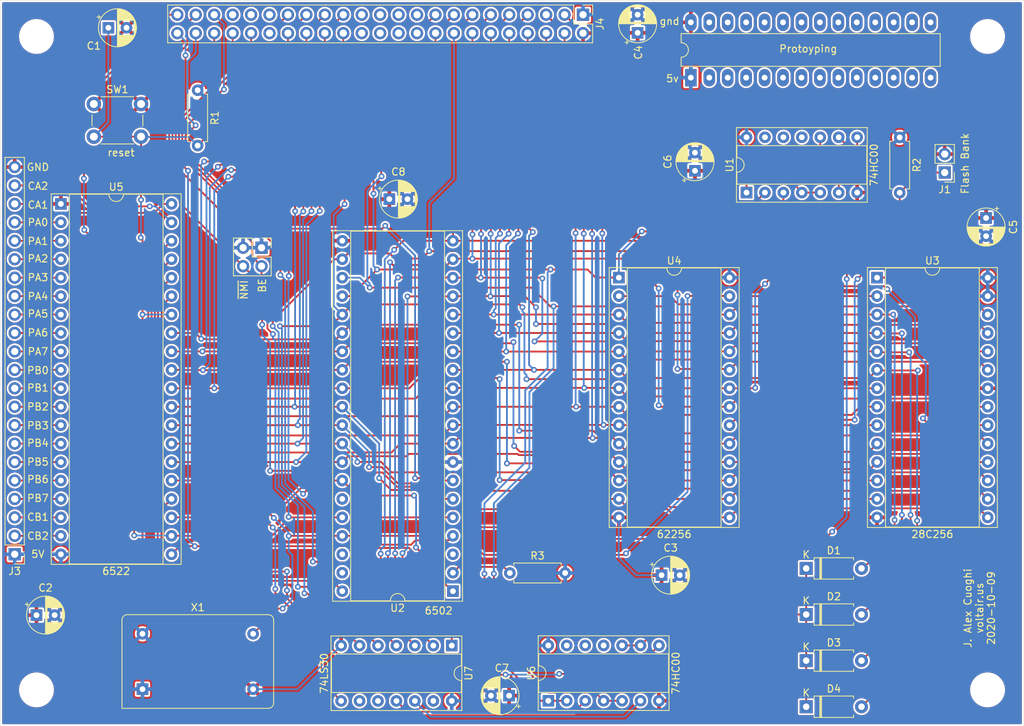
<source format=kicad_pcb>
(kicad_pcb (version 20171130) (host pcbnew "(5.1.5)-3")
  (layers (0 F.Cu signal) (31 B.Cu signal) (34 B.Paste user hide) (35 F.Paste user hide) (36 B.SilkS user) (37 F.SilkS user) (38 B.Mask user) (39 F.Mask user) (44 Edge.Cuts user))
  (net 0 "")
  (net 1 /~RESET~)
  (net 2 GND)
  (net 3 +5V)
  (net 4 /a7)
  (net 5 "Net-(D1-Pad1)")
  (net 6 /a6)
  (net 7 /a5)
  (net 8 /a4)
  (net 9 /FBank)
  (net 10 /BE)
  (net 11 /~NMI~)
  (net 12 "Net-(J3-Pad2)")
  (net 13 "Net-(J3-Pad3)")
  (net 14 "Net-(J3-Pad4)")
  (net 15 "Net-(J3-Pad5)")
  (net 16 "Net-(J3-Pad6)")
  (net 17 "Net-(J3-Pad7)")
  (net 18 "Net-(J3-Pad8)")
  (net 19 "Net-(J3-Pad9)")
  (net 20 "Net-(J3-Pad10)")
  (net 21 "Net-(J3-Pad11)")
  (net 22 "Net-(J3-Pad12)")
  (net 23 "Net-(J3-Pad13)")
  (net 24 "Net-(J3-Pad14)")
  (net 25 "Net-(J3-Pad15)")
  (net 26 "Net-(J3-Pad16)")
  (net 27 "Net-(J3-Pad17)")
  (net 28 "Net-(J3-Pad18)")
  (net 29 "Net-(J3-Pad19)")
  (net 30 "Net-(J3-Pad20)")
  (net 31 "Net-(J3-Pad21)")
  (net 32 /a1)
  (net 33 /a0)
  (net 34 /a3)
  (net 35 /a2)
  (net 36 /a9)
  (net 37 /a8)
  (net 38 /a11)
  (net 39 /a10)
  (net 40 /a13)
  (net 41 /a12)
  (net 42 /a15)
  (net 43 /a14)
  (net 44 /res1)
  (net 45 /res0)
  (net 46 /res3)
  (net 47 /res2)
  (net 48 /res5)
  (net 49 /res4)
  (net 50 /res7)
  (net 51 /res6)
  (net 52 /d1)
  (net 53 /d0)
  (net 54 /d3)
  (net 55 /d2)
  (net 56 /d5)
  (net 57 /d4)
  (net 58 /d7)
  (net 59 /d6)
  (net 60 /res9)
  (net 61 /res8)
  (net 62 /res10)
  (net 63 /~CLK~)
  (net 64 /~VP~)
  (net 65 /~ML~)
  (net 66 /~IRQ~)
  (net 67 /SYNC)
  (net 68 /R~W~)
  (net 69 /RDY)
  (net 70 "Net-(U1-Pad8)")
  (net 71 /CLK)
  (net 72 "Net-(U1-Pad3)")
  (net 73 "Net-(U1-Pad10)")
  (net 74 "Net-(U2-Pad3)")
  (net 75 "Net-(U2-Pad35)")
  (net 76 "Net-(U2-Pad38)")
  (net 77 "Net-(U2-Pad39)")
  (net 78 "Net-(U5-Pad23)")
  (net 79 "Net-(U5-Pad24)")
  (net 80 /~a13~)
  (net 81 /~a14~)
  (module Package_DIP:DIP-28_W7.62mm_LongPads (layer F.Cu) (at 144.13 60.67 90)
    (fp_text reference REF** hide)
    (fp_text value DIP-28_W7.62mm_LongPads)
    (pad 28 thru_hole oval (at 7.62 0 90) (size 2.4 1.6) (drill 0.8) (layers *.Cu *.Mask) (net 2 GND))
    (pad 14 thru_hole oval (at 0 33.02 90) (size 2.4 1.6) (drill 0.8) (layers *.Cu *.Mask))
    (pad 27 thru_hole oval (at 7.62 2.54 90) (size 2.4 1.6) (drill 0.8) (layers *.Cu *.Mask))
    (pad 13 thru_hole oval (at 0 30.48 90) (size 2.4 1.6) (drill 0.8) (layers *.Cu *.Mask))
    (pad 26 thru_hole oval (at 7.62 5.08 90) (size 2.4 1.6) (drill 0.8) (layers *.Cu *.Mask))
    (pad 12 thru_hole oval (at 0 27.94 90) (size 2.4 1.6) (drill 0.8) (layers *.Cu *.Mask))
    (pad 25 thru_hole oval (at 7.62 7.62 90) (size 2.4 1.6) (drill 0.8) (layers *.Cu *.Mask))
    (pad 11 thru_hole oval (at 0 25.4 90) (size 2.4 1.6) (drill 0.8) (layers *.Cu *.Mask))
    (pad 24 thru_hole oval (at 7.62 10.16 90) (size 2.4 1.6) (drill 0.8) (layers *.Cu *.Mask))
    (pad 10 thru_hole oval (at 0 22.86 90) (size 2.4 1.6) (drill 0.8) (layers *.Cu *.Mask))
    (pad 23 thru_hole oval (at 7.62 12.7 90) (size 2.4 1.6) (drill 0.8) (layers *.Cu *.Mask))
    (pad 9 thru_hole oval (at 0 20.32 90) (size 2.4 1.6) (drill 0.8) (layers *.Cu *.Mask))
    (pad 22 thru_hole oval (at 7.62 15.24 90) (size 2.4 1.6) (drill 0.8) (layers *.Cu *.Mask))
    (pad 8 thru_hole oval (at 0 17.78 90) (size 2.4 1.6) (drill 0.8) (layers *.Cu *.Mask))
    (pad 21 thru_hole oval (at 7.62 17.78 90) (size 2.4 1.6) (drill 0.8) (layers *.Cu *.Mask))
    (pad 7 thru_hole oval (at 0 15.24 90) (size 2.4 1.6) (drill 0.8) (layers *.Cu *.Mask))
    (pad 20 thru_hole oval (at 7.62 20.32 90) (size 2.4 1.6) (drill 0.8) (layers *.Cu *.Mask))
    (pad 6 thru_hole oval (at 0 12.7 90) (size 2.4 1.6) (drill 0.8) (layers *.Cu *.Mask))
    (pad 19 thru_hole oval (at 7.62 22.86 90) (size 2.4 1.6) (drill 0.8) (layers *.Cu *.Mask))
    (pad 5 thru_hole oval (at 0 10.16 90) (size 2.4 1.6) (drill 0.8) (layers *.Cu *.Mask))
    (pad 18 thru_hole oval (at 7.62 25.4 90) (size 2.4 1.6) (drill 0.8) (layers *.Cu *.Mask))
    (pad 4 thru_hole oval (at 0 7.62 90) (size 2.4 1.6) (drill 0.8) (layers *.Cu *.Mask))
    (pad 17 thru_hole oval (at 7.62 27.94 90) (size 2.4 1.6) (drill 0.8) (layers *.Cu *.Mask))
    (pad 3 thru_hole oval (at 0 5.08 90) (size 2.4 1.6) (drill 0.8) (layers *.Cu *.Mask))
    (pad 16 thru_hole oval (at 7.62 30.48 90) (size 2.4 1.6) (drill 0.8) (layers *.Cu *.Mask))
    (pad 2 thru_hole oval (at 0 2.54 90) (size 2.4 1.6) (drill 0.8) (layers *.Cu *.Mask))
    (pad 15 thru_hole oval (at 7.62 33.02 90) (size 2.4 1.6) (drill 0.8) (layers *.Cu *.Mask))
    (pad 1 thru_hole rect (at 0 0 90) (size 2.4 1.6) (drill 0.8) (layers *.Cu *.Mask) (net 3 +5V))
  )
  (module MountingHole:MountingHole_4.3mm_M4 (layer F.Cu) (at 54 145)
    (fp_text reference REF** hide)
    (fp_text value MountingHole_4.3mm_M4)
    (pad 1 np_thru_hole circle (at 0 0) (size 4.3 4.3) (drill 4.3) (layers *.Cu *.Mask))
  )
  (module MountingHole:MountingHole_4.3mm_M4 (layer F.Cu) (at 54 55)
    (fp_text reference REF** hide)
    (fp_text value MountingHole_4.3mm_M4)
    (pad 1 np_thru_hole circle (at 0 0) (size 4.3 4.3) (drill 4.3) (layers *.Cu *.Mask))
  )
  (module MountingHole:MountingHole_4.3mm_M4 (layer F.Cu) (at 185 145)
    (fp_text reference REF** hide)
    (fp_text value MountingHole_4.3mm_M4)
    (pad 1 np_thru_hole circle (at 0 0) (size 4.3 4.3) (drill 4.3) (layers *.Cu *.Mask))
  )
  (module MountingHole:MountingHole_4.3mm_M4 (layer F.Cu) (at 185 55)
    (fp_text reference REF** hide)
    (fp_text value MountingHole_4.3mm_M4)
    (pad 1 np_thru_hole circle (at 0 0) (size 4.3 4.3) (drill 4.3) (layers *.Cu *.Mask))
  )
  (module Capacitor_THT:CP_Radial_D5.0mm_P2.50mm (layer F.Cu) (at 63.9 53.8)
    (fp_text reference C1 (at -2 2.5) (layer F.SilkS))
    (fp_text value 0.1uF)
    (pad 1 thru_hole rect (at 0 0) (size 1.6 1.6) (drill 0.8) (layers *.Cu *.Mask) (net 1 /~RESET~))
    (pad 2 thru_hole circle (at 2.5 0) (size 1.6 1.6) (drill 0.8) (layers *.Cu *.Mask) (net 2 GND))
  )
  (module Capacitor_THT:CP_Radial_D5.0mm_P2.50mm (layer F.Cu) (at 54 134.7)
    (fp_text reference C2 (at 1.25 -3.75) (layer F.SilkS))
    (fp_text value 0.1uF)
    (pad 2 thru_hole circle (at 2.5 0) (size 1.6 1.6) (drill 0.8) (layers *.Cu *.Mask) (net 3 +5V))
    (pad 1 thru_hole rect (at 0 0) (size 1.6 1.6) (drill 0.8) (layers *.Cu *.Mask) (net 2 GND))
  )
  (module Capacitor_THT:CP_Radial_D5.0mm_P2.50mm (layer F.Cu) (at 140.1 129.2)
    (fp_text reference C3 (at 1.25 -3.75) (layer F.SilkS))
    (fp_text value 0.1uF)
    (pad 2 thru_hole circle (at 2.5 0) (size 1.6 1.6) (drill 0.8) (layers *.Cu *.Mask) (net 3 +5V))
    (pad 1 thru_hole rect (at 0 0) (size 1.6 1.6) (drill 0.8) (layers *.Cu *.Mask) (net 2 GND))
  )
  (module Capacitor_THT:CP_Radial_D5.0mm_P2.50mm (layer F.Cu) (at 136.8 54.5 90)
    (fp_text reference C4 (at -2.7 0.1 90) (layer F.SilkS))
    (fp_text value 0.1uF)
    (pad 1 thru_hole rect (at 0 0 90) (size 1.6 1.6) (drill 0.8) (layers *.Cu *.Mask) (net 2 GND))
    (pad 2 thru_hole circle (at 2.5 0 90) (size 1.6 1.6) (drill 0.8) (layers *.Cu *.Mask) (net 3 +5V))
  )
  (module Capacitor_THT:CP_Radial_D5.0mm_P2.50mm (layer F.Cu) (at 184.8 80 270)
    (fp_text reference C5 (at 1.25 -3.75 90) (layer F.SilkS))
    (fp_text value 0.1uF)
    (pad 2 thru_hole circle (at 2.5 0 270) (size 1.6 1.6) (drill 0.8) (layers *.Cu *.Mask) (net 3 +5V))
    (pad 1 thru_hole rect (at 0 0 270) (size 1.6 1.6) (drill 0.8) (layers *.Cu *.Mask) (net 2 GND))
  )
  (module Capacitor_THT:CP_Radial_D5.0mm_P2.50mm (layer F.Cu) (at 144.7 73.5 90)
    (fp_text reference C6 (at 1.25 -3.75 90) (layer F.SilkS))
    (fp_text value 0.1uF)
    (pad 1 thru_hole rect (at 0 0 90) (size 1.6 1.6) (drill 0.8) (layers *.Cu *.Mask) (net 2 GND))
    (pad 2 thru_hole circle (at 2.5 0 90) (size 1.6 1.6) (drill 0.8) (layers *.Cu *.Mask) (net 3 +5V))
  )
  (module Capacitor_THT:CP_Radial_D5.0mm_P2.50mm (layer F.Cu) (at 119.1 145.8 180)
    (fp_text reference C7 (at 1 3.8) (layer F.SilkS))
    (fp_text value 0.1uF)
    (pad 2 thru_hole circle (at 2.5 0 180) (size 1.6 1.6) (drill 0.8) (layers *.Cu *.Mask) (net 3 +5V))
    (pad 1 thru_hole rect (at 0 0 180) (size 1.6 1.6) (drill 0.8) (layers *.Cu *.Mask) (net 2 GND))
  )
  (module Capacitor_THT:CP_Radial_D5.0mm_P2.50mm (layer F.Cu) (at 102.6 77.4)
    (fp_text reference C8 (at 1.25 -3.75) (layer F.SilkS))
    (fp_text value 0.1uF)
    (pad 1 thru_hole rect (at 0 0) (size 1.6 1.6) (drill 0.8) (layers *.Cu *.Mask) (net 2 GND))
    (pad 2 thru_hole circle (at 2.5 0) (size 1.6 1.6) (drill 0.8) (layers *.Cu *.Mask) (net 3 +5V))
  )
  (module Diode_THT:D_A-405_P7.62mm_Horizontal (layer F.Cu) (at 160.02 128.27)
    (fp_text reference D1 (at 3.81 -2.47) (layer F.SilkS))
    (fp_text value 1N4148)
    (fp_text user K (at 0 -1.9) (layer F.SilkS))
    (pad 2 thru_hole oval (at 7.62 0) (size 1.8 1.8) (drill 0.9) (layers *.Cu *.Mask) (net 4 /a7))
    (pad 1 thru_hole rect (at 0 0) (size 1.8 1.8) (drill 0.9) (layers *.Cu *.Mask) (net 5 "Net-(D1-Pad1)"))
  )
  (module Diode_THT:D_A-405_P7.62mm_Horizontal (layer F.Cu) (at 160.02 134.62)
    (fp_text reference D2 (at 3.81 -2.47) (layer F.SilkS))
    (fp_text value 1N4148)
    (fp_text user K (at 0 -1.9) (layer F.SilkS))
    (pad 1 thru_hole rect (at 0 0) (size 1.8 1.8) (drill 0.9) (layers *.Cu *.Mask) (net 5 "Net-(D1-Pad1)"))
    (pad 2 thru_hole oval (at 7.62 0) (size 1.8 1.8) (drill 0.9) (layers *.Cu *.Mask) (net 6 /a6))
  )
  (module Diode_THT:D_A-405_P7.62mm_Horizontal (layer F.Cu) (at 160.02 140.97)
    (fp_text reference D3 (at 3.81 -2.47) (layer F.SilkS))
    (fp_text value 1N4148)
    (fp_text user K (at 0 -1.9) (layer F.SilkS))
    (pad 2 thru_hole oval (at 7.62 0) (size 1.8 1.8) (drill 0.9) (layers *.Cu *.Mask) (net 7 /a5))
    (pad 1 thru_hole rect (at 0 0) (size 1.8 1.8) (drill 0.9) (layers *.Cu *.Mask) (net 5 "Net-(D1-Pad1)"))
  )
  (module Diode_THT:D_A-405_P7.62mm_Horizontal (layer F.Cu) (at 160.02 147.32)
    (fp_text reference D4 (at 3.81 -2.47) (layer F.SilkS))
    (fp_text value 1N4148)
    (fp_text user K (at 0 -1.9) (layer F.SilkS))
    (pad 1 thru_hole rect (at 0 0) (size 1.8 1.8) (drill 0.9) (layers *.Cu *.Mask) (net 5 "Net-(D1-Pad1)"))
    (pad 2 thru_hole oval (at 7.62 0) (size 1.8 1.8) (drill 0.9) (layers *.Cu *.Mask) (net 8 /a4))
  )
  (module Connector_PinHeader_2.54mm:PinHeader_1x02_P2.54mm_Vertical (layer F.Cu) (at 179.1 73.74 180)
    (fp_text reference J1 (at 0 -2.33) (layer F.SilkS))
    (fp_text value "FBank Switch")
    (pad 1 thru_hole rect (at 0 0 180) (size 1.7 1.7) (drill 1) (layers *.Cu *.Mask) (net 9 /FBank))
    (pad 2 thru_hole oval (at 0 2.54 180) (size 1.7 1.7) (drill 1) (layers *.Cu *.Mask) (net 2 GND))
  )
  (module Connector_PinHeader_2.54mm:PinHeader_2x02_P2.54mm_Vertical (layer F.Cu) (at 85 84.1 270)
    (fp_text reference J2 hide)
    (fp_text value Conn_02x02_Odd_Even)
    (pad 1 thru_hole rect (at 0 0 270) (size 1.7 1.7) (drill 1) (layers *.Cu *.Mask) (net 3 +5V))
    (pad 2 thru_hole oval (at 2.54 0 270) (size 1.7 1.7) (drill 1) (layers *.Cu *.Mask) (net 10 /BE))
    (pad 3 thru_hole oval (at 0 2.54 270) (size 1.7 1.7) (drill 1) (layers *.Cu *.Mask) (net 3 +5V))
    (pad 4 thru_hole oval (at 2.54 2.54 270) (size 1.7 1.7) (drill 1) (layers *.Cu *.Mask) (net 11 /~NMI~))
  )
  (module Connector_PinHeader_2.54mm:PinHeader_1x22_P2.54mm_Vertical (layer F.Cu) (at 51 126.32 180)
    (fp_text reference J3 (at 0 -2.33) (layer F.SilkS))
    (fp_text value Conn_01x22_Female)
    (pad 1 thru_hole rect (at 0 0 180) (size 1.7 1.7) (drill 1) (layers *.Cu *.Mask) (net 3 +5V))
    (pad 2 thru_hole oval (at 0 2.54 180) (size 1.7 1.7) (drill 1) (layers *.Cu *.Mask) (net 12 "Net-(J3-Pad2)"))
    (pad 3 thru_hole oval (at 0 5.08 180) (size 1.7 1.7) (drill 1) (layers *.Cu *.Mask) (net 13 "Net-(J3-Pad3)"))
    (pad 4 thru_hole oval (at 0 7.62 180) (size 1.7 1.7) (drill 1) (layers *.Cu *.Mask) (net 14 "Net-(J3-Pad4)"))
    (pad 5 thru_hole oval (at 0 10.16 180) (size 1.7 1.7) (drill 1) (layers *.Cu *.Mask) (net 15 "Net-(J3-Pad5)"))
    (pad 6 thru_hole oval (at 0 12.7 180) (size 1.7 1.7) (drill 1) (layers *.Cu *.Mask) (net 16 "Net-(J3-Pad6)"))
    (pad 7 thru_hole oval (at 0 15.24 180) (size 1.7 1.7) (drill 1) (layers *.Cu *.Mask) (net 17 "Net-(J3-Pad7)"))
    (pad 8 thru_hole oval (at 0 17.78 180) (size 1.7 1.7) (drill 1) (layers *.Cu *.Mask) (net 18 "Net-(J3-Pad8)"))
    (pad 9 thru_hole oval (at 0 20.32 180) (size 1.7 1.7) (drill 1) (layers *.Cu *.Mask) (net 19 "Net-(J3-Pad9)"))
    (pad 10 thru_hole oval (at 0 22.86 180) (size 1.7 1.7) (drill 1) (layers *.Cu *.Mask) (net 20 "Net-(J3-Pad10)"))
    (pad 11 thru_hole oval (at 0 25.4 180) (size 1.7 1.7) (drill 1) (layers *.Cu *.Mask) (net 21 "Net-(J3-Pad11)"))
    (pad 12 thru_hole oval (at 0 27.94 180) (size 1.7 1.7) (drill 1) (layers *.Cu *.Mask) (net 22 "Net-(J3-Pad12)"))
    (pad 13 thru_hole oval (at 0 30.48 180) (size 1.7 1.7) (drill 1) (layers *.Cu *.Mask) (net 23 "Net-(J3-Pad13)"))
    (pad 14 thru_hole oval (at 0 33.02 180) (size 1.7 1.7) (drill 1) (layers *.Cu *.Mask) (net 24 "Net-(J3-Pad14)"))
    (pad 15 thru_hole oval (at 0 35.56 180) (size 1.7 1.7) (drill 1) (layers *.Cu *.Mask) (net 25 "Net-(J3-Pad15)"))
    (pad 16 thru_hole oval (at 0 38.1 180) (size 1.7 1.7) (drill 1) (layers *.Cu *.Mask) (net 26 "Net-(J3-Pad16)"))
    (pad 17 thru_hole oval (at 0 40.64 180) (size 1.7 1.7) (drill 1) (layers *.Cu *.Mask) (net 27 "Net-(J3-Pad17)"))
    (pad 18 thru_hole oval (at 0 43.18 180) (size 1.7 1.7) (drill 1) (layers *.Cu *.Mask) (net 28 "Net-(J3-Pad18)"))
    (pad 19 thru_hole oval (at 0 45.72 180) (size 1.7 1.7) (drill 1) (layers *.Cu *.Mask) (net 29 "Net-(J3-Pad19)"))
    (pad 20 thru_hole oval (at 0 48.26 180) (size 1.7 1.7) (drill 1) (layers *.Cu *.Mask) (net 30 "Net-(J3-Pad20)"))
    (pad 21 thru_hole oval (at 0 50.8 180) (size 1.7 1.7) (drill 1) (layers *.Cu *.Mask) (net 31 "Net-(J3-Pad21)"))
    (pad 22 thru_hole oval (at 0 53.34 180) (size 1.7 1.7) (drill 1) (layers *.Cu *.Mask) (net 2 GND))
  )
  (module Connector_PinHeader_2.54mm:PinHeader_2x23_P2.54mm_Vertical (layer F.Cu) (at 129.28 52 270)
    (fp_text reference J4 (at 1.27 -2.33 90) (layer F.SilkS))
    (fp_text value Conn_02x23_Odd_Even)
    (pad 1 thru_hole rect (at 0 0 270) (size 1.7 1.7) (drill 1) (layers *.Cu *.Mask) (net 3 +5V))
    (pad 2 thru_hole oval (at 2.54 0 270) (size 1.7 1.7) (drill 1) (layers *.Cu *.Mask) (net 2 GND))
    (pad 3 thru_hole oval (at 0 2.54 270) (size 1.7 1.7) (drill 1) (layers *.Cu *.Mask) (net 32 /a1))
    (pad 4 thru_hole oval (at 2.54 2.54 270) (size 1.7 1.7) (drill 1) (layers *.Cu *.Mask) (net 33 /a0))
    (pad 5 thru_hole oval (at 0 5.08 270) (size 1.7 1.7) (drill 1) (layers *.Cu *.Mask) (net 34 /a3))
    (pad 6 thru_hole oval (at 2.54 5.08 270) (size 1.7 1.7) (drill 1) (layers *.Cu *.Mask) (net 35 /a2))
    (pad 7 thru_hole oval (at 0 7.62 270) (size 1.7 1.7) (drill 1) (layers *.Cu *.Mask) (net 7 /a5))
    (pad 8 thru_hole oval (at 2.54 7.62 270) (size 1.7 1.7) (drill 1) (layers *.Cu *.Mask) (net 8 /a4))
    (pad 9 thru_hole oval (at 0 10.16 270) (size 1.7 1.7) (drill 1) (layers *.Cu *.Mask) (net 4 /a7))
    (pad 10 thru_hole oval (at 2.54 10.16 270) (size 1.7 1.7) (drill 1) (layers *.Cu *.Mask) (net 6 /a6))
    (pad 11 thru_hole oval (at 0 12.7 270) (size 1.7 1.7) (drill 1) (layers *.Cu *.Mask) (net 36 /a9))
    (pad 12 thru_hole oval (at 2.54 12.7 270) (size 1.7 1.7) (drill 1) (layers *.Cu *.Mask) (net 37 /a8))
    (pad 13 thru_hole oval (at 0 15.24 270) (size 1.7 1.7) (drill 1) (layers *.Cu *.Mask) (net 38 /a11))
    (pad 14 thru_hole oval (at 2.54 15.24 270) (size 1.7 1.7) (drill 1) (layers *.Cu *.Mask) (net 39 /a10))
    (pad 15 thru_hole oval (at 0 17.78 270) (size 1.7 1.7) (drill 1) (layers *.Cu *.Mask) (net 40 /a13))
    (pad 16 thru_hole oval (at 2.54 17.78 270) (size 1.7 1.7) (drill 1) (layers *.Cu *.Mask) (net 41 /a12))
    (pad 17 thru_hole oval (at 0 20.32 270) (size 1.7 1.7) (drill 1) (layers *.Cu *.Mask) (net 42 /a15))
    (pad 18 thru_hole oval (at 2.54 20.32 270) (size 1.7 1.7) (drill 1) (layers *.Cu *.Mask) (net 43 /a14))
    (pad 19 thru_hole oval (at 0 22.86 270) (size 1.7 1.7) (drill 1) (layers *.Cu *.Mask) (net 44 /res1))
    (pad 20 thru_hole oval (at 2.54 22.86 270) (size 1.7 1.7) (drill 1) (layers *.Cu *.Mask) (net 45 /res0))
    (pad 21 thru_hole oval (at 0 25.4 270) (size 1.7 1.7) (drill 1) (layers *.Cu *.Mask) (net 46 /res3))
    (pad 22 thru_hole oval (at 2.54 25.4 270) (size 1.7 1.7) (drill 1) (layers *.Cu *.Mask) (net 47 /res2))
    (pad 23 thru_hole oval (at 0 27.94 270) (size 1.7 1.7) (drill 1) (layers *.Cu *.Mask) (net 48 /res5))
    (pad 24 thru_hole oval (at 2.54 27.94 270) (size 1.7 1.7) (drill 1) (layers *.Cu *.Mask) (net 49 /res4))
    (pad 25 thru_hole oval (at 0 30.48 270) (size 1.7 1.7) (drill 1) (layers *.Cu *.Mask) (net 50 /res7))
    (pad 26 thru_hole oval (at 2.54 30.48 270) (size 1.7 1.7) (drill 1) (layers *.Cu *.Mask) (net 51 /res6))
    (pad 27 thru_hole oval (at 0 33.02 270) (size 1.7 1.7) (drill 1) (layers *.Cu *.Mask) (net 52 /d1))
    (pad 28 thru_hole oval (at 2.54 33.02 270) (size 1.7 1.7) (drill 1) (layers *.Cu *.Mask) (net 53 /d0))
    (pad 29 thru_hole oval (at 0 35.56 270) (size 1.7 1.7) (drill 1) (layers *.Cu *.Mask) (net 54 /d3))
    (pad 30 thru_hole oval (at 2.54 35.56 270) (size 1.7 1.7) (drill 1) (layers *.Cu *.Mask) (net 55 /d2))
    (pad 31 thru_hole oval (at 0 38.1 270) (size 1.7 1.7) (drill 1) (layers *.Cu *.Mask) (net 56 /d5))
    (pad 32 thru_hole oval (at 2.54 38.1 270) (size 1.7 1.7) (drill 1) (layers *.Cu *.Mask) (net 57 /d4))
    (pad 33 thru_hole oval (at 0 40.64 270) (size 1.7 1.7) (drill 1) (layers *.Cu *.Mask) (net 58 /d7))
    (pad 34 thru_hole oval (at 2.54 40.64 270) (size 1.7 1.7) (drill 1) (layers *.Cu *.Mask) (net 59 /d6))
    (pad 35 thru_hole oval (at 0 43.18 270) (size 1.7 1.7) (drill 1) (layers *.Cu *.Mask) (net 60 /res9))
    (pad 36 thru_hole oval (at 2.54 43.18 270) (size 1.7 1.7) (drill 1) (layers *.Cu *.Mask) (net 61 /res8))
    (pad 37 thru_hole oval (at 0 45.72 270) (size 1.7 1.7) (drill 1) (layers *.Cu *.Mask) (net 62 /res10))
    (pad 38 thru_hole oval (at 2.54 45.72 270) (size 1.7 1.7) (drill 1) (layers *.Cu *.Mask) (net 1 /~RESET~))
    (pad 39 thru_hole oval (at 0 48.26 270) (size 1.7 1.7) (drill 1) (layers *.Cu *.Mask) (net 63 /~CLK~))
    (pad 40 thru_hole oval (at 2.54 48.26 270) (size 1.7 1.7) (drill 1) (layers *.Cu *.Mask) (net 64 /~VP~))
    (pad 41 thru_hole oval (at 0 50.8 270) (size 1.7 1.7) (drill 1) (layers *.Cu *.Mask) (net 65 /~ML~))
    (pad 42 thru_hole oval (at 2.54 50.8 270) (size 1.7 1.7) (drill 1) (layers *.Cu *.Mask) (net 66 /~IRQ~))
    (pad 43 thru_hole oval (at 0 53.34 270) (size 1.7 1.7) (drill 1) (layers *.Cu *.Mask) (net 11 /~NMI~))
    (pad 44 thru_hole oval (at 2.54 53.34 270) (size 1.7 1.7) (drill 1) (layers *.Cu *.Mask) (net 67 /SYNC))
    (pad 45 thru_hole oval (at 0 55.88 270) (size 1.7 1.7) (drill 1) (layers *.Cu *.Mask) (net 68 /R~W~))
    (pad 46 thru_hole oval (at 2.54 55.88 270) (size 1.7 1.7) (drill 1) (layers *.Cu *.Mask) (net 10 /BE))
  )
  (module Resistor_THT:R_Axial_DIN0207_L6.3mm_D2.5mm_P7.62mm_Horizontal (layer F.Cu) (at 76.2 62.4 270)
    (fp_text reference R1 (at 3.81 -2.37 90) (layer F.SilkS))
    (fp_text value 1k)
    (pad 1 thru_hole circle (at 0 0 270) (size 1.6 1.6) (drill 0.8) (layers *.Cu *.Mask) (net 3 +5V))
    (pad 2 thru_hole oval (at 7.62 0 270) (size 1.6 1.6) (drill 0.8) (layers *.Cu *.Mask) (net 1 /~RESET~))
  )
  (module Resistor_THT:R_Axial_DIN0207_L6.3mm_D2.5mm_P7.62mm_Horizontal (layer F.Cu) (at 172.9 68.9 270)
    (fp_text reference R2 (at 3.81 -2.37 90) (layer F.SilkS))
    (fp_text value 10k)
    (pad 2 thru_hole oval (at 7.62 0 270) (size 1.6 1.6) (drill 0.8) (layers *.Cu *.Mask) (net 9 /FBank))
    (pad 1 thru_hole circle (at 0 0 270) (size 1.6 1.6) (drill 0.8) (layers *.Cu *.Mask) (net 3 +5V))
  )
  (module Resistor_THT:R_Axial_DIN0207_L6.3mm_D2.5mm_P7.62mm_Horizontal (layer F.Cu) (at 119.2 128.9)
    (fp_text reference R3 (at 3.81 -2.37) (layer F.SilkS))
    (fp_text value 1k)
    (pad 1 thru_hole circle (at 0 0) (size 1.6 1.6) (drill 0.8) (layers *.Cu *.Mask) (net 69 /RDY))
    (pad 2 thru_hole oval (at 7.62 0) (size 1.6 1.6) (drill 0.8) (layers *.Cu *.Mask) (net 3 +5V))
  )
  (module Button_Switch_THT:SW_PUSH_6mm (layer F.Cu) (at 61.9 64.3)
    (fp_text reference SW1 (at 3.25 -2) (layer F.SilkS))
    (fp_text value reset (at 3.75 6.7) (layer F.SilkS))
    (pad 2 thru_hole circle (at 0 4.5 90) (size 2 2) (drill 1.1) (layers *.Cu *.Mask) (net 1 /~RESET~))
    (pad 1 thru_hole circle (at 0 0 90) (size 2 2) (drill 1.1) (layers *.Cu *.Mask) (net 2 GND))
    (pad 2 thru_hole circle (at 6.5 4.5 90) (size 2 2) (drill 1.1) (layers *.Cu *.Mask) (net 1 /~RESET~))
    (pad 1 thru_hole circle (at 6.5 0 90) (size 2 2) (drill 1.1) (layers *.Cu *.Mask) (net 2 GND))
  )
  (module Package_DIP:DIP-14_W7.62mm_Socket (layer F.Cu) (at 151.8 76.5 90)
    (fp_text reference U1 (at 3.81 -2.33 90) (layer F.SilkS))
    (fp_text value 74HC00 (at 3.81 17.57 90) (layer F.SilkS))
    (pad 1 thru_hole rect (at 0 0 90) (size 1.6 1.6) (drill 0.8) (layers *.Cu *.Mask) (net 42 /a15))
    (pad 8 thru_hole oval (at 7.62 15.24 90) (size 1.6 1.6) (drill 0.8) (layers *.Cu *.Mask) (net 70 "Net-(U1-Pad8)"))
    (pad 2 thru_hole oval (at 0 2.54 90) (size 1.6 1.6) (drill 0.8) (layers *.Cu *.Mask) (net 43 /a14))
    (pad 9 thru_hole oval (at 7.62 12.7 90) (size 1.6 1.6) (drill 0.8) (layers *.Cu *.Mask) (net 71 /CLK))
    (pad 3 thru_hole oval (at 0 5.08 90) (size 1.6 1.6) (drill 0.8) (layers *.Cu *.Mask) (net 72 "Net-(U1-Pad3)"))
    (pad 10 thru_hole oval (at 7.62 10.16 90) (size 1.6 1.6) (drill 0.8) (layers *.Cu *.Mask) (net 73 "Net-(U1-Pad10)"))
    (pad 4 thru_hole oval (at 0 7.62 90) (size 1.6 1.6) (drill 0.8) (layers *.Cu *.Mask) (net 42 /a15))
    (pad 11 thru_hole oval (at 7.62 7.62 90) (size 1.6 1.6) (drill 0.8) (layers *.Cu *.Mask))
    (pad 5 thru_hole oval (at 0 10.16 90) (size 1.6 1.6) (drill 0.8) (layers *.Cu *.Mask) (net 42 /a15))
    (pad 12 thru_hole oval (at 7.62 5.08 90) (size 1.6 1.6) (drill 0.8) (layers *.Cu *.Mask))
    (pad 6 thru_hole oval (at 0 12.7 90) (size 1.6 1.6) (drill 0.8) (layers *.Cu *.Mask) (net 73 "Net-(U1-Pad10)"))
    (pad 13 thru_hole oval (at 7.62 2.54 90) (size 1.6 1.6) (drill 0.8) (layers *.Cu *.Mask))
    (pad 7 thru_hole oval (at 0 15.24 90) (size 1.6 1.6) (drill 0.8) (layers *.Cu *.Mask) (net 2 GND))
    (pad 14 thru_hole oval (at 7.62 0 90) (size 1.6 1.6) (drill 0.8) (layers *.Cu *.Mask) (net 3 +5V))
  )
  (module Package_DIP:DIP-40_W15.24mm_Socket (layer F.Cu) (at 111.36 131.4 180)
    (fp_text reference U2 (at 7.62 -2.33) (layer F.SilkS))
    (fp_text value 6502 (at 1.96 -2.7) (layer F.SilkS))
    (pad 1 thru_hole rect (at 0 0 180) (size 1.6 1.6) (drill 0.8) (layers *.Cu *.Mask) (net 64 /~VP~))
    (pad 21 thru_hole oval (at 15.24 48.26 180) (size 1.6 1.6) (drill 0.8) (layers *.Cu *.Mask) (net 2 GND))
    (pad 2 thru_hole oval (at 0 2.54 180) (size 1.6 1.6) (drill 0.8) (layers *.Cu *.Mask) (net 69 /RDY))
    (pad 22 thru_hole oval (at 15.24 45.72 180) (size 1.6 1.6) (drill 0.8) (layers *.Cu *.Mask) (net 41 /a12))
    (pad 3 thru_hole oval (at 0 5.08 180) (size 1.6 1.6) (drill 0.8) (layers *.Cu *.Mask) (net 74 "Net-(U2-Pad3)"))
    (pad 23 thru_hole oval (at 15.24 43.18 180) (size 1.6 1.6) (drill 0.8) (layers *.Cu *.Mask) (net 40 /a13))
    (pad 4 thru_hole oval (at 0 7.62 180) (size 1.6 1.6) (drill 0.8) (layers *.Cu *.Mask) (net 66 /~IRQ~))
    (pad 24 thru_hole oval (at 15.24 40.64 180) (size 1.6 1.6) (drill 0.8) (layers *.Cu *.Mask) (net 43 /a14))
    (pad 5 thru_hole oval (at 0 10.16 180) (size 1.6 1.6) (drill 0.8) (layers *.Cu *.Mask) (net 65 /~ML~))
    (pad 25 thru_hole oval (at 15.24 38.1 180) (size 1.6 1.6) (drill 0.8) (layers *.Cu *.Mask) (net 42 /a15))
    (pad 6 thru_hole oval (at 0 12.7 180) (size 1.6 1.6) (drill 0.8) (layers *.Cu *.Mask) (net 11 /~NMI~))
    (pad 26 thru_hole oval (at 15.24 35.56 180) (size 1.6 1.6) (drill 0.8) (layers *.Cu *.Mask) (net 58 /d7))
    (pad 7 thru_hole oval (at 0 15.24 180) (size 1.6 1.6) (drill 0.8) (layers *.Cu *.Mask) (net 67 /SYNC))
    (pad 27 thru_hole oval (at 15.24 33.02 180) (size 1.6 1.6) (drill 0.8) (layers *.Cu *.Mask) (net 59 /d6))
    (pad 8 thru_hole oval (at 0 17.78 180) (size 1.6 1.6) (drill 0.8) (layers *.Cu *.Mask) (net 3 +5V))
    (pad 28 thru_hole oval (at 15.24 30.48 180) (size 1.6 1.6) (drill 0.8) (layers *.Cu *.Mask) (net 56 /d5))
    (pad 9 thru_hole oval (at 0 20.32 180) (size 1.6 1.6) (drill 0.8) (layers *.Cu *.Mask) (net 33 /a0))
    (pad 29 thru_hole oval (at 15.24 27.94 180) (size 1.6 1.6) (drill 0.8) (layers *.Cu *.Mask) (net 57 /d4))
    (pad 10 thru_hole oval (at 0 22.86 180) (size 1.6 1.6) (drill 0.8) (layers *.Cu *.Mask) (net 32 /a1))
    (pad 30 thru_hole oval (at 15.24 25.4 180) (size 1.6 1.6) (drill 0.8) (layers *.Cu *.Mask) (net 54 /d3))
    (pad 11 thru_hole oval (at 0 25.4 180) (size 1.6 1.6) (drill 0.8) (layers *.Cu *.Mask) (net 35 /a2))
    (pad 31 thru_hole oval (at 15.24 22.86 180) (size 1.6 1.6) (drill 0.8) (layers *.Cu *.Mask) (net 55 /d2))
    (pad 12 thru_hole oval (at 0 27.94 180) (size 1.6 1.6) (drill 0.8) (layers *.Cu *.Mask) (net 34 /a3))
    (pad 32 thru_hole oval (at 15.24 20.32 180) (size 1.6 1.6) (drill 0.8) (layers *.Cu *.Mask) (net 52 /d1))
    (pad 13 thru_hole oval (at 0 30.48 180) (size 1.6 1.6) (drill 0.8) (layers *.Cu *.Mask) (net 8 /a4))
    (pad 33 thru_hole oval (at 15.24 17.78 180) (size 1.6 1.6) (drill 0.8) (layers *.Cu *.Mask) (net 53 /d0))
    (pad 14 thru_hole oval (at 0 33.02 180) (size 1.6 1.6) (drill 0.8) (layers *.Cu *.Mask) (net 7 /a5))
    (pad 34 thru_hole oval (at 15.24 15.24 180) (size 1.6 1.6) (drill 0.8) (layers *.Cu *.Mask) (net 68 /R~W~))
    (pad 15 thru_hole oval (at 0 35.56 180) (size 1.6 1.6) (drill 0.8) (layers *.Cu *.Mask) (net 6 /a6))
    (pad 35 thru_hole oval (at 15.24 12.7 180) (size 1.6 1.6) (drill 0.8) (layers *.Cu *.Mask) (net 75 "Net-(U2-Pad35)"))
    (pad 16 thru_hole oval (at 0 38.1 180) (size 1.6 1.6) (drill 0.8) (layers *.Cu *.Mask) (net 4 /a7))
    (pad 36 thru_hole oval (at 15.24 10.16 180) (size 1.6 1.6) (drill 0.8) (layers *.Cu *.Mask) (net 10 /BE))
    (pad 17 thru_hole oval (at 0 40.64 180) (size 1.6 1.6) (drill 0.8) (layers *.Cu *.Mask) (net 37 /a8))
    (pad 37 thru_hole oval (at 15.24 7.62 180) (size 1.6 1.6) (drill 0.8) (layers *.Cu *.Mask) (net 71 /CLK))
    (pad 18 thru_hole oval (at 0 43.18 180) (size 1.6 1.6) (drill 0.8) (layers *.Cu *.Mask) (net 36 /a9))
    (pad 38 thru_hole oval (at 15.24 5.08 180) (size 1.6 1.6) (drill 0.8) (layers *.Cu *.Mask) (net 76 "Net-(U2-Pad38)"))
    (pad 19 thru_hole oval (at 0 45.72 180) (size 1.6 1.6) (drill 0.8) (layers *.Cu *.Mask) (net 39 /a10))
    (pad 39 thru_hole oval (at 15.24 2.54 180) (size 1.6 1.6) (drill 0.8) (layers *.Cu *.Mask) (net 77 "Net-(U2-Pad39)"))
    (pad 20 thru_hole oval (at 0 48.26 180) (size 1.6 1.6) (drill 0.8) (layers *.Cu *.Mask) (net 38 /a11))
    (pad 40 thru_hole oval (at 15.24 0 180) (size 1.6 1.6) (drill 0.8) (layers *.Cu *.Mask) (net 1 /~RESET~))
  )
  (module Package_DIP:DIP-28_W15.24mm_Socket (layer F.Cu) (at 169.78 88.22)
    (fp_text reference U3 (at 7.62 -2.33) (layer F.SilkS))
    (fp_text value 28C256 (at 7.62 35.35) (layer F.SilkS))
    (pad 28 thru_hole oval (at 15.24 0) (size 1.6 1.6) (drill 0.8) (layers *.Cu *.Mask) (net 3 +5V))
    (pad 14 thru_hole oval (at 0 33.02) (size 1.6 1.6) (drill 0.8) (layers *.Cu *.Mask) (net 2 GND))
    (pad 27 thru_hole oval (at 15.24 2.54) (size 1.6 1.6) (drill 0.8) (layers *.Cu *.Mask) (net 3 +5V))
    (pad 13 thru_hole oval (at 0 30.48) (size 1.6 1.6) (drill 0.8) (layers *.Cu *.Mask) (net 55 /d2))
    (pad 26 thru_hole oval (at 15.24 5.08) (size 1.6 1.6) (drill 0.8) (layers *.Cu *.Mask) (net 40 /a13))
    (pad 12 thru_hole oval (at 0 27.94) (size 1.6 1.6) (drill 0.8) (layers *.Cu *.Mask) (net 52 /d1))
    (pad 25 thru_hole oval (at 15.24 7.62) (size 1.6 1.6) (drill 0.8) (layers *.Cu *.Mask) (net 37 /a8))
    (pad 11 thru_hole oval (at 0 25.4) (size 1.6 1.6) (drill 0.8) (layers *.Cu *.Mask) (net 53 /d0))
    (pad 24 thru_hole oval (at 15.24 10.16) (size 1.6 1.6) (drill 0.8) (layers *.Cu *.Mask) (net 36 /a9))
    (pad 10 thru_hole oval (at 0 22.86) (size 1.6 1.6) (drill 0.8) (layers *.Cu *.Mask) (net 33 /a0))
    (pad 23 thru_hole oval (at 15.24 12.7) (size 1.6 1.6) (drill 0.8) (layers *.Cu *.Mask) (net 38 /a11))
    (pad 9 thru_hole oval (at 0 20.32) (size 1.6 1.6) (drill 0.8) (layers *.Cu *.Mask) (net 32 /a1))
    (pad 22 thru_hole oval (at 15.24 15.24) (size 1.6 1.6) (drill 0.8) (layers *.Cu *.Mask) (net 2 GND))
    (pad 8 thru_hole oval (at 0 17.78) (size 1.6 1.6) (drill 0.8) (layers *.Cu *.Mask) (net 35 /a2))
    (pad 21 thru_hole oval (at 15.24 17.78) (size 1.6 1.6) (drill 0.8) (layers *.Cu *.Mask) (net 39 /a10))
    (pad 7 thru_hole oval (at 0 15.24) (size 1.6 1.6) (drill 0.8) (layers *.Cu *.Mask) (net 34 /a3))
    (pad 20 thru_hole oval (at 15.24 20.32) (size 1.6 1.6) (drill 0.8) (layers *.Cu *.Mask) (net 72 "Net-(U1-Pad3)"))
    (pad 6 thru_hole oval (at 0 12.7) (size 1.6 1.6) (drill 0.8) (layers *.Cu *.Mask) (net 8 /a4))
    (pad 19 thru_hole oval (at 15.24 22.86) (size 1.6 1.6) (drill 0.8) (layers *.Cu *.Mask) (net 58 /d7))
    (pad 5 thru_hole oval (at 0 10.16) (size 1.6 1.6) (drill 0.8) (layers *.Cu *.Mask) (net 7 /a5))
    (pad 18 thru_hole oval (at 15.24 25.4) (size 1.6 1.6) (drill 0.8) (layers *.Cu *.Mask) (net 59 /d6))
    (pad 4 thru_hole oval (at 0 7.62) (size 1.6 1.6) (drill 0.8) (layers *.Cu *.Mask) (net 6 /a6))
    (pad 17 thru_hole oval (at 15.24 27.94) (size 1.6 1.6) (drill 0.8) (layers *.Cu *.Mask) (net 56 /d5))
    (pad 3 thru_hole oval (at 0 5.08) (size 1.6 1.6) (drill 0.8) (layers *.Cu *.Mask) (net 4 /a7))
    (pad 16 thru_hole oval (at 15.24 30.48) (size 1.6 1.6) (drill 0.8) (layers *.Cu *.Mask) (net 57 /d4))
    (pad 2 thru_hole oval (at 0 2.54) (size 1.6 1.6) (drill 0.8) (layers *.Cu *.Mask) (net 41 /a12))
    (pad 15 thru_hole oval (at 15.24 33.02) (size 1.6 1.6) (drill 0.8) (layers *.Cu *.Mask) (net 54 /d3))
    (pad 1 thru_hole rect (at 0 0) (size 1.6 1.6) (drill 0.8) (layers *.Cu *.Mask) (net 9 /FBank))
  )
  (module Package_DIP:DIP-28_W15.24mm_Socket (layer F.Cu) (at 134.22 88.22)
    (fp_text reference U4 (at 7.62 -2.33) (layer F.SilkS))
    (fp_text value 62256 (at 7.62 35.35) (layer F.SilkS))
    (pad 1 thru_hole rect (at 0 0) (size 1.6 1.6) (drill 0.8) (layers *.Cu *.Mask) (net 43 /a14))
    (pad 15 thru_hole oval (at 15.24 33.02) (size 1.6 1.6) (drill 0.8) (layers *.Cu *.Mask) (net 54 /d3))
    (pad 2 thru_hole oval (at 0 2.54) (size 1.6 1.6) (drill 0.8) (layers *.Cu *.Mask) (net 41 /a12))
    (pad 16 thru_hole oval (at 15.24 30.48) (size 1.6 1.6) (drill 0.8) (layers *.Cu *.Mask) (net 57 /d4))
    (pad 3 thru_hole oval (at 0 5.08) (size 1.6 1.6) (drill 0.8) (layers *.Cu *.Mask) (net 4 /a7))
    (pad 17 thru_hole oval (at 15.24 27.94) (size 1.6 1.6) (drill 0.8) (layers *.Cu *.Mask) (net 56 /d5))
    (pad 4 thru_hole oval (at 0 7.62) (size 1.6 1.6) (drill 0.8) (layers *.Cu *.Mask) (net 6 /a6))
    (pad 18 thru_hole oval (at 15.24 25.4) (size 1.6 1.6) (drill 0.8) (layers *.Cu *.Mask) (net 59 /d6))
    (pad 5 thru_hole oval (at 0 10.16) (size 1.6 1.6) (drill 0.8) (layers *.Cu *.Mask) (net 7 /a5))
    (pad 19 thru_hole oval (at 15.24 22.86) (size 1.6 1.6) (drill 0.8) (layers *.Cu *.Mask) (net 58 /d7))
    (pad 6 thru_hole oval (at 0 12.7) (size 1.6 1.6) (drill 0.8) (layers *.Cu *.Mask) (net 8 /a4))
    (pad 20 thru_hole oval (at 15.24 20.32) (size 1.6 1.6) (drill 0.8) (layers *.Cu *.Mask) (net 70 "Net-(U1-Pad8)"))
    (pad 7 thru_hole oval (at 0 15.24) (size 1.6 1.6) (drill 0.8) (layers *.Cu *.Mask) (net 34 /a3))
    (pad 21 thru_hole oval (at 15.24 17.78) (size 1.6 1.6) (drill 0.8) (layers *.Cu *.Mask) (net 39 /a10))
    (pad 8 thru_hole oval (at 0 17.78) (size 1.6 1.6) (drill 0.8) (layers *.Cu *.Mask) (net 35 /a2))
    (pad 22 thru_hole oval (at 15.24 15.24) (size 1.6 1.6) (drill 0.8) (layers *.Cu *.Mask) (net 42 /a15))
    (pad 9 thru_hole oval (at 0 20.32) (size 1.6 1.6) (drill 0.8) (layers *.Cu *.Mask) (net 32 /a1))
    (pad 23 thru_hole oval (at 15.24 12.7) (size 1.6 1.6) (drill 0.8) (layers *.Cu *.Mask) (net 38 /a11))
    (pad 10 thru_hole oval (at 0 22.86) (size 1.6 1.6) (drill 0.8) (layers *.Cu *.Mask) (net 33 /a0))
    (pad 24 thru_hole oval (at 15.24 10.16) (size 1.6 1.6) (drill 0.8) (layers *.Cu *.Mask) (net 36 /a9))
    (pad 11 thru_hole oval (at 0 25.4) (size 1.6 1.6) (drill 0.8) (layers *.Cu *.Mask) (net 53 /d0))
    (pad 25 thru_hole oval (at 15.24 7.62) (size 1.6 1.6) (drill 0.8) (layers *.Cu *.Mask) (net 37 /a8))
    (pad 12 thru_hole oval (at 0 27.94) (size 1.6 1.6) (drill 0.8) (layers *.Cu *.Mask) (net 52 /d1))
    (pad 26 thru_hole oval (at 15.24 5.08) (size 1.6 1.6) (drill 0.8) (layers *.Cu *.Mask) (net 40 /a13))
    (pad 13 thru_hole oval (at 0 30.48) (size 1.6 1.6) (drill 0.8) (layers *.Cu *.Mask) (net 55 /d2))
    (pad 27 thru_hole oval (at 15.24 2.54) (size 1.6 1.6) (drill 0.8) (layers *.Cu *.Mask) (net 68 /R~W~))
    (pad 14 thru_hole oval (at 0 33.02) (size 1.6 1.6) (drill 0.8) (layers *.Cu *.Mask) (net 2 GND))
    (pad 28 thru_hole oval (at 15.24 0) (size 1.6 1.6) (drill 0.8) (layers *.Cu *.Mask) (net 3 +5V))
  )
  (module Package_DIP:DIP-14_W7.62mm_Socket (layer F.Cu) (at 124.5 146.5 90)
    (fp_text reference U6 (at 3.81 -2.33 90) (layer F.SilkS))
    (fp_text value 74HC00 (at 3.81 17.57 90) (layer F.SilkS))
    (pad 14 thru_hole oval (at 7.62 0 90) (size 1.6 1.6) (drill 0.8) (layers *.Cu *.Mask) (net 3 +5V))
    (pad 7 thru_hole oval (at 0 15.24 90) (size 1.6 1.6) (drill 0.8) (layers *.Cu *.Mask) (net 2 GND))
    (pad 13 thru_hole oval (at 7.62 2.54 90) (size 1.6 1.6) (drill 0.8) (layers *.Cu *.Mask))
    (pad 6 thru_hole oval (at 0 12.7 90) (size 1.6 1.6) (drill 0.8) (layers *.Cu *.Mask) (net 80 /~a13~))
    (pad 12 thru_hole oval (at 7.62 5.08 90) (size 1.6 1.6) (drill 0.8) (layers *.Cu *.Mask))
    (pad 5 thru_hole oval (at 0 10.16 90) (size 1.6 1.6) (drill 0.8) (layers *.Cu *.Mask) (net 40 /a13))
    (pad 11 thru_hole oval (at 7.62 7.62 90) (size 1.6 1.6) (drill 0.8) (layers *.Cu *.Mask))
    (pad 4 thru_hole oval (at 0 7.62 90) (size 1.6 1.6) (drill 0.8) (layers *.Cu *.Mask) (net 40 /a13))
    (pad 10 thru_hole oval (at 7.62 10.16 90) (size 1.6 1.6) (drill 0.8) (layers *.Cu *.Mask) (net 5 "Net-(D1-Pad1)"))
    (pad 3 thru_hole oval (at 0 5.08 90) (size 1.6 1.6) (drill 0.8) (layers *.Cu *.Mask) (net 81 /~a14~))
    (pad 9 thru_hole oval (at 7.62 12.7 90) (size 1.6 1.6) (drill 0.8) (layers *.Cu *.Mask) (net 5 "Net-(D1-Pad1)"))
    (pad 2 thru_hole oval (at 0 2.54 90) (size 1.6 1.6) (drill 0.8) (layers *.Cu *.Mask) (net 43 /a14))
    (pad 8 thru_hole oval (at 7.62 15.24 90) (size 1.6 1.6) (drill 0.8) (layers *.Cu *.Mask) (net 79 "Net-(U5-Pad24)"))
    (pad 1 thru_hole rect (at 0 0 90) (size 1.6 1.6) (drill 0.8) (layers *.Cu *.Mask) (net 43 /a14))
  )
  (module Package_DIP:DIP-14_W7.62mm_Socket (layer F.Cu) (at 111.2 138.9 270)
    (fp_text reference U7 (at 3.81 -2.33 90) (layer F.SilkS))
    (fp_text value 74LS30 (at 3.81 17.57 90) (layer F.SilkS))
    (pad 1 thru_hole rect (at 0 0 270) (size 1.6 1.6) (drill 0.8) (layers *.Cu *.Mask) (net 37 /a8))
    (pad 8 thru_hole oval (at 7.62 15.24 270) (size 1.6 1.6) (drill 0.8) (layers *.Cu *.Mask) (net 78 "Net-(U5-Pad23)"))
    (pad 2 thru_hole oval (at 0 2.54 270) (size 1.6 1.6) (drill 0.8) (layers *.Cu *.Mask) (net 36 /a9))
    (pad 9 thru_hole oval (at 7.62 12.7 270) (size 1.6 1.6) (drill 0.8) (layers *.Cu *.Mask))
    (pad 3 thru_hole oval (at 0 5.08 270) (size 1.6 1.6) (drill 0.8) (layers *.Cu *.Mask) (net 39 /a10))
    (pad 10 thru_hole oval (at 7.62 10.16 270) (size 1.6 1.6) (drill 0.8) (layers *.Cu *.Mask))
    (pad 4 thru_hole oval (at 0 7.62 270) (size 1.6 1.6) (drill 0.8) (layers *.Cu *.Mask) (net 38 /a11))
    (pad 11 thru_hole oval (at 7.62 7.62 270) (size 1.6 1.6) (drill 0.8) (layers *.Cu *.Mask) (net 81 /~a14~))
    (pad 5 thru_hole oval (at 0 10.16 270) (size 1.6 1.6) (drill 0.8) (layers *.Cu *.Mask) (net 41 /a12))
    (pad 12 thru_hole oval (at 7.62 5.08 270) (size 1.6 1.6) (drill 0.8) (layers *.Cu *.Mask) (net 80 /~a13~))
    (pad 6 thru_hole oval (at 0 12.7 270) (size 1.6 1.6) (drill 0.8) (layers *.Cu *.Mask) (net 42 /a15))
    (pad 13 thru_hole oval (at 7.62 2.54 270) (size 1.6 1.6) (drill 0.8) (layers *.Cu *.Mask))
    (pad 7 thru_hole oval (at 0 15.24 270) (size 1.6 1.6) (drill 0.8) (layers *.Cu *.Mask) (net 2 GND))
    (pad 14 thru_hole oval (at 7.62 0 270) (size 1.6 1.6) (drill 0.8) (layers *.Cu *.Mask) (net 3 +5V))
  )
  (module Oscillator:Oscillator_DIP-14 (layer F.Cu) (at 68.6 144.9)
    (fp_text reference X1 (at 7.62 -11.26) (layer F.SilkS))
    (fp_text value CXO_DIP14)
    (pad 1 thru_hole rect (at 0 0) (size 1.6 1.6) (drill 0.8) (layers *.Cu *.Mask) (net 3 +5V))
    (pad 14 thru_hole circle (at 0 -7.62) (size 1.6 1.6) (drill 0.8) (layers *.Cu *.Mask) (net 3 +5V))
    (pad 8 thru_hole circle (at 15.24 -7.62) (size 1.6 1.6) (drill 0.8) (layers *.Cu *.Mask) (net 71 /CLK))
    (pad 7 thru_hole circle (at 15.24 0) (size 1.6 1.6) (drill 0.8) (layers *.Cu *.Mask) (net 2 GND))
  )
  (module Package_DIP:DIP-40_W15.24mm_Socket (layer F.Cu) (at 57.36 78.06)
    (fp_text reference U5 (at 7.62 -2.33) (layer F.SilkS))
    (fp_text value 6522 (at 7.62 50.59) (layer F.SilkS))
    (pad 1 thru_hole rect (at 0 0) (size 1.6 1.6) (drill 0.8) (layers *.Cu *.Mask) (net 2 GND))
    (pad 21 thru_hole oval (at 15.24 48.26) (size 1.6 1.6) (drill 0.8) (layers *.Cu *.Mask) (net 66 /~IRQ~))
    (pad 2 thru_hole oval (at 0 2.54) (size 1.6 1.6) (drill 0.8) (layers *.Cu *.Mask) (net 29 "Net-(J3-Pad19)"))
    (pad 22 thru_hole oval (at 15.24 45.72) (size 1.6 1.6) (drill 0.8) (layers *.Cu *.Mask) (net 68 /R~W~))
    (pad 3 thru_hole oval (at 0 5.08) (size 1.6 1.6) (drill 0.8) (layers *.Cu *.Mask) (net 28 "Net-(J3-Pad18)"))
    (pad 23 thru_hole oval (at 15.24 43.18) (size 1.6 1.6) (drill 0.8) (layers *.Cu *.Mask) (net 78 "Net-(U5-Pad23)"))
    (pad 4 thru_hole oval (at 0 7.62) (size 1.6 1.6) (drill 0.8) (layers *.Cu *.Mask) (net 27 "Net-(J3-Pad17)"))
    (pad 24 thru_hole oval (at 15.24 40.64) (size 1.6 1.6) (drill 0.8) (layers *.Cu *.Mask) (net 79 "Net-(U5-Pad24)"))
    (pad 5 thru_hole oval (at 0 10.16) (size 1.6 1.6) (drill 0.8) (layers *.Cu *.Mask) (net 26 "Net-(J3-Pad16)"))
    (pad 25 thru_hole oval (at 15.24 38.1) (size 1.6 1.6) (drill 0.8) (layers *.Cu *.Mask) (net 71 /CLK))
    (pad 6 thru_hole oval (at 0 12.7) (size 1.6 1.6) (drill 0.8) (layers *.Cu *.Mask) (net 25 "Net-(J3-Pad15)"))
    (pad 26 thru_hole oval (at 15.24 35.56) (size 1.6 1.6) (drill 0.8) (layers *.Cu *.Mask) (net 53 /d0))
    (pad 7 thru_hole oval (at 0 15.24) (size 1.6 1.6) (drill 0.8) (layers *.Cu *.Mask) (net 24 "Net-(J3-Pad14)"))
    (pad 27 thru_hole oval (at 15.24 33.02) (size 1.6 1.6) (drill 0.8) (layers *.Cu *.Mask) (net 52 /d1))
    (pad 8 thru_hole oval (at 0 17.78) (size 1.6 1.6) (drill 0.8) (layers *.Cu *.Mask) (net 23 "Net-(J3-Pad13)"))
    (pad 28 thru_hole oval (at 15.24 30.48) (size 1.6 1.6) (drill 0.8) (layers *.Cu *.Mask) (net 55 /d2))
    (pad 9 thru_hole oval (at 0 20.32) (size 1.6 1.6) (drill 0.8) (layers *.Cu *.Mask) (net 22 "Net-(J3-Pad12)"))
    (pad 29 thru_hole oval (at 15.24 27.94) (size 1.6 1.6) (drill 0.8) (layers *.Cu *.Mask) (net 54 /d3))
    (pad 10 thru_hole oval (at 0 22.86) (size 1.6 1.6) (drill 0.8) (layers *.Cu *.Mask) (net 21 "Net-(J3-Pad11)"))
    (pad 30 thru_hole oval (at 15.24 25.4) (size 1.6 1.6) (drill 0.8) (layers *.Cu *.Mask) (net 57 /d4))
    (pad 11 thru_hole oval (at 0 25.4) (size 1.6 1.6) (drill 0.8) (layers *.Cu *.Mask) (net 20 "Net-(J3-Pad10)"))
    (pad 31 thru_hole oval (at 15.24 22.86) (size 1.6 1.6) (drill 0.8) (layers *.Cu *.Mask) (net 56 /d5))
    (pad 12 thru_hole oval (at 0 27.94) (size 1.6 1.6) (drill 0.8) (layers *.Cu *.Mask) (net 19 "Net-(J3-Pad9)"))
    (pad 32 thru_hole oval (at 15.24 20.32) (size 1.6 1.6) (drill 0.8) (layers *.Cu *.Mask) (net 59 /d6))
    (pad 13 thru_hole oval (at 0 30.48) (size 1.6 1.6) (drill 0.8) (layers *.Cu *.Mask) (net 18 "Net-(J3-Pad8)"))
    (pad 33 thru_hole oval (at 15.24 17.78) (size 1.6 1.6) (drill 0.8) (layers *.Cu *.Mask) (net 58 /d7))
    (pad 14 thru_hole oval (at 0 33.02) (size 1.6 1.6) (drill 0.8) (layers *.Cu *.Mask) (net 17 "Net-(J3-Pad7)"))
    (pad 34 thru_hole oval (at 15.24 15.24) (size 1.6 1.6) (drill 0.8) (layers *.Cu *.Mask) (net 1 /~RESET~))
    (pad 15 thru_hole oval (at 0 35.56) (size 1.6 1.6) (drill 0.8) (layers *.Cu *.Mask) (net 16 "Net-(J3-Pad6)"))
    (pad 35 thru_hole oval (at 15.24 12.7) (size 1.6 1.6) (drill 0.8) (layers *.Cu *.Mask) (net 34 /a3))
    (pad 16 thru_hole oval (at 0 38.1) (size 1.6 1.6) (drill 0.8) (layers *.Cu *.Mask) (net 15 "Net-(J3-Pad5)"))
    (pad 36 thru_hole oval (at 15.24 10.16) (size 1.6 1.6) (drill 0.8) (layers *.Cu *.Mask) (net 35 /a2))
    (pad 17 thru_hole oval (at 0 40.64) (size 1.6 1.6) (drill 0.8) (layers *.Cu *.Mask) (net 14 "Net-(J3-Pad4)"))
    (pad 37 thru_hole oval (at 15.24 7.62) (size 1.6 1.6) (drill 0.8) (layers *.Cu *.Mask) (net 32 /a1))
    (pad 18 thru_hole oval (at 0 43.18) (size 1.6 1.6) (drill 0.8) (layers *.Cu *.Mask) (net 13 "Net-(J3-Pad3)"))
    (pad 38 thru_hole oval (at 15.24 5.08) (size 1.6 1.6) (drill 0.8) (layers *.Cu *.Mask) (net 33 /a0))
    (pad 19 thru_hole oval (at 0 45.72) (size 1.6 1.6) (drill 0.8) (layers *.Cu *.Mask) (net 12 "Net-(J3-Pad2)"))
    (pad 39 thru_hole oval (at 15.24 2.54) (size 1.6 1.6) (drill 0.8) (layers *.Cu *.Mask) (net 31 "Net-(J3-Pad21)"))
    (pad 20 thru_hole oval (at 0 48.26) (size 1.6 1.6) (drill 0.8) (layers *.Cu *.Mask) (net 3 +5V))
    (pad 40 thru_hole oval (at 15.24 0) (size 1.6 1.6) (drill 0.8) (layers *.Cu *.Mask) (net 30 "Net-(J3-Pad20)"))
  )
  (gr_text "J. Alex Cuoghi\nvoltair.us\n2020-10-09" (at 183.896 133.731 90) (layer F.SilkS) (effects (font (size 1 1))))
  (gr_text GND (at 54.2 73) (layer F.SilkS) (effects (font (size 1 1))))
  (gr_text CA2 (at 54.2 75.6) (layer F.SilkS) (effects (font (size 1 1))))
  (gr_text CA1 (at 54.2 78.2) (layer F.SilkS) (effects (font (size 1 1))))
  (gr_text PA0 (at 54.2 80.6) (layer F.SilkS) (effects (font (size 1 1))))
  (gr_text PA1 (at 54.2 83.2) (layer F.SilkS) (effects (font (size 1 1))))
  (gr_text PA2 (at 54.2 85.6) (layer F.SilkS) (effects (font (size 1 1))))
  (gr_text PA3 (at 54.2 88.2) (layer F.SilkS) (effects (font (size 1 1))))
  (gr_text PA4 (at 54.2 90.8) (layer F.SilkS) (effects (font (size 1 1))))
  (gr_text PA5 (at 54.2 93.2) (layer F.SilkS) (effects (font (size 1 1))))
  (gr_text PA6 (at 54.2 95.8) (layer F.SilkS) (effects (font (size 1 1))))
  (gr_text PA7 (at 54.2 98.4) (layer F.SilkS) (effects (font (size 1 1))))
  (gr_text PB0 (at 54.2 101) (layer F.SilkS) (effects (font (size 1 1))))
  (gr_text PB1 (at 54.2 103.4) (layer F.SilkS) (effects (font (size 1 1))))
  (gr_text PB2 (at 54.2 106) (layer F.SilkS) (effects (font (size 1 1))))
  (gr_text PB3 (at 54.2 108.6) (layer F.SilkS) (effects (font (size 1 1))))
  (gr_text PB4 (at 54.2 111) (layer F.SilkS) (effects (font (size 1 1))))
  (gr_text PB5 (at 54.2 113.6) (layer F.SilkS) (effects (font (size 1 1))))
  (gr_text PB6 (at 54.2 116) (layer F.SilkS) (effects (font (size 1 1))))
  (gr_text PB7 (at 54.2 118.6) (layer F.SilkS) (effects (font (size 1 1))))
  (gr_text CB1 (at 54.2 121.2) (layer F.SilkS) (effects (font (size 1 1))))
  (gr_text CB2 (at 54.2 123.8) (layer F.SilkS) (effects (font (size 1 1))))
  (gr_text 5V (at 54.2 126.3) (layer F.SilkS) (effects (font (size 1 1))))
  (gr_text "Flash Bank" (at 181.9 72.5 90) (layer F.SilkS) (effects (font (size 1 1))))
  (gr_text gnd (at 141.2 52.9) (layer F.SilkS) (effects (font (size 1 1))))
  (gr_text 5v (at 141.6 60.8) (layer F.SilkS) (effects (font (size 1 1))))
  (gr_text Protoyping (at 160.3 56.7) (layer F.SilkS) (effects (font (size 1 1))))
  (gr_text ~NMI~ (at 82.6 89.9 90) (layer F.SilkS) (effects (font (size 1 1))))
  (gr_text BE (at 85.1 89.3 90) (layer F.SilkS) (effects (font (size 1 1))))
  (gr_line (start 49 150) (end 50 150) (layer Edge.Cuts) (width 0.05))
  (gr_line (start 49 50) (end 50 50) (layer Edge.Cuts) (width 0.05))
  (gr_line (start 190 50) (end 150 50) (layer Edge.Cuts) (width 0.05))
  (gr_line (start 150 150) (end 190 150) (layer Edge.Cuts) (width 0.05))
  (gr_line (start 190 50) (end 190 150) (layer Edge.Cuts) (width 0.05))
  (gr_line (start 50 50) (end 150 50) (layer Edge.Cuts) (width 0.05))
  (gr_line (start 49 150) (end 49 50) (layer Edge.Cuts) (width 0.05))
  (gr_line (start 150 150) (end 50 150) (layer Edge.Cuts) (width 0.05))
  (segment (start 61.9 68.8) (end 63.314213 68.8) (width 0.25) (layer F.Cu) (net 1))
  (via (at 68.4 77.5) (size 0.8) (drill 0.4) (layers F.Cu B.Cu) (net 1))
  (segment (start 68.4 68.8) (end 68.4 77.5) (width 0.25) (layer F.Cu) (net 1))
  (segment (start 63.314213 68.8) (end 65.3 68.8) (width 0.25) (layer F.Cu) (net 1))
  (segment (start 65.3 68.8) (end 68.4 68.8) (width 0.25) (layer F.Cu) (net 1))
  (segment (start 83.56 62.66) (end 76.2 70.02) (width 0.25) (layer F.Cu) (net 1))
  (segment (start 83.56 54.54) (end 83.56 62.66) (width 0.25) (layer F.Cu) (net 1))
  (segment (start 68.44 68.84) (end 68.4 68.8) (width 0.25) (layer B.Cu) (net 1))
  (segment (start 76.2 70.02) (end 75.02 68.84) (width 0.25) (layer B.Cu) (net 1))
  (segment (start 75.02 68.84) (end 68.44 68.84) (width 0.25) (layer B.Cu) (net 1))
  (segment (start 63.9 66.8) (end 61.9 68.8) (width 0.25) (layer B.Cu) (net 1))
  (segment (start 63.9 53.8) (end 63.9 66.8) (width 0.25) (layer B.Cu) (net 1))
  (segment (start 94.694999 129.974999) (end 71.374999 129.974999) (width 0.25) (layer F.Cu) (net 1))
  (segment (start 72.6 93.3) (end 68.60501 93.3) (width 0.25) (layer B.Cu) (net 1))
  (via (at 68.60501 93.3) (size 0.8) (drill 0.4) (layers F.Cu B.Cu) (net 1))
  (segment (start 96.12 131.4) (end 94.694999 129.974999) (width 0.25) (layer F.Cu) (net 1))
  (segment (start 71.374999 129.974999) (end 68.60501 127.20501) (width 0.25) (layer F.Cu) (net 1))
  (segment (start 68.60501 127.20501) (end 68.60501 93.865685) (width 0.25) (layer F.Cu) (net 1))
  (segment (start 68.60501 93.865685) (end 68.60501 93.3) (width 0.25) (layer F.Cu) (net 1))
  (via (at 68.36 82.71) (size 0.8) (drill 0.4) (layers F.Cu B.Cu) (net 1))
  (segment (start 68.4 77.5) (end 68.4 82.67) (width 0.25) (layer B.Cu) (net 1))
  (segment (start 68.4 82.67) (end 68.36 82.71) (width 0.25) (layer B.Cu) (net 1))
  (segment (start 68.60501 82.95501) (end 68.36 82.71) (width 0.25) (layer F.Cu) (net 1))
  (segment (start 68.60501 93.3) (end 68.60501 82.95501) (width 0.25) (layer F.Cu) (net 1))
  (segment (start 89.96 144.9) (end 95.96 138.9) (width 0.25) (layer B.Cu) (net 2))
  (segment (start 83.84 144.9) (end 89.96 144.9) (width 0.25) (layer B.Cu) (net 2))
  (segment (start 134.2 126.8) (end 136.6 129.2) (width 0.25) (layer B.Cu) (net 2))
  (segment (start 136.6 129.2) (end 140.1 129.2) (width 0.25) (layer B.Cu) (net 2))
  (segment (start 134.2 122.39137) (end 134.2 126.8) (width 0.25) (layer B.Cu) (net 2))
  (segment (start 134.22 121.24) (end 134.22 122.37137) (width 0.25) (layer B.Cu) (net 2))
  (segment (start 134.22 122.37137) (end 134.2 122.39137) (width 0.25) (layer B.Cu) (net 2))
  (segment (start 52 126.32) (end 57.36 126.32) (width 0.25) (layer F.Cu) (net 3))
  (segment (start 52 126.32) (end 51 126.32) (width 0.25) (layer F.Cu) (net 3))
  (segment (start 133.08863 93.3) (end 111.36 93.3) (width 0.25) (layer F.Cu) (net 4))
  (segment (start 134.22 93.3) (end 133.08863 93.3) (width 0.25) (layer F.Cu) (net 4))
  (segment (start 135.370009 94.450009) (end 135.019999 94.099999) (width 0.25) (layer F.Cu) (net 4))
  (segment (start 169.78 93.3) (end 151.363589 93.3) (width 0.25) (layer F.Cu) (net 4))
  (segment (start 142.286401 94.450009) (end 135.370009 94.450009) (width 0.25) (layer F.Cu) (net 4))
  (segment (start 151.363589 93.3) (end 150.238588 94.425001) (width 0.25) (layer F.Cu) (net 4))
  (segment (start 142.311409 94.425001) (end 142.286401 94.450009) (width 0.25) (layer F.Cu) (net 4))
  (segment (start 150.238588 94.425001) (end 142.311409 94.425001) (width 0.25) (layer F.Cu) (net 4))
  (segment (start 135.019999 94.099999) (end 134.22 93.3) (width 0.25) (layer F.Cu) (net 4))
  (via (at 172.2 121.6) (size 0.8) (drill 0.4) (layers F.Cu B.Cu) (net 4))
  (via (at 172 93.3) (size 0.8) (drill 0.4) (layers F.Cu B.Cu) (net 4))
  (segment (start 172.2 121.6) (end 172.2 93.5) (width 0.25) (layer B.Cu) (net 4))
  (segment (start 172.2 93.5) (end 172 93.3) (width 0.25) (layer B.Cu) (net 4))
  (segment (start 172 93.3) (end 169.78 93.3) (width 0.25) (layer F.Cu) (net 4))
  (segment (start 172.2 123.9) (end 172.2 121.6) (width 0.25) (layer F.Cu) (net 4))
  (segment (start 167.64 128.27) (end 167.83 128.27) (width 0.25) (layer F.Cu) (net 4))
  (segment (start 167.83 128.27) (end 172.2 123.9) (width 0.25) (layer F.Cu) (net 4))
  (segment (start 119.12 52) (end 117.84 53.28) (width 0.25) (layer F.Cu) (net 4))
  (via (at 117.85 82.16) (size 0.8) (drill 0.4) (layers F.Cu B.Cu) (net 4))
  (segment (start 117.84 53.28) (end 117.84 82.15) (width 0.25) (layer F.Cu) (net 4))
  (segment (start 117.84 82.15) (end 117.85 82.16) (width 0.25) (layer F.Cu) (net 4))
  (via (at 116.97499 93.3) (size 0.8) (drill 0.4) (layers F.Cu B.Cu) (net 4))
  (segment (start 116.97499 92.734315) (end 116.97499 93.3) (width 0.25) (layer B.Cu) (net 4))
  (segment (start 117.249989 92.459316) (end 116.97499 92.734315) (width 0.25) (layer B.Cu) (net 4))
  (segment (start 117.249989 82.760011) (end 117.249989 92.459316) (width 0.25) (layer B.Cu) (net 4))
  (segment (start 117.85 82.16) (end 117.249989 82.760011) (width 0.25) (layer B.Cu) (net 4))
  (segment (start 134.66 138.88) (end 137.2 138.88) (width 0.25) (layer F.Cu) (net 5))
  (segment (start 160.02 128.8) (end 160.02 146.9) (width 0.25) (layer F.Cu) (net 5))
  (segment (start 141.46 134.62) (end 160.02 134.62) (width 0.25) (layer F.Cu) (net 5))
  (segment (start 137.2 138.88) (end 141.46 134.62) (width 0.25) (layer F.Cu) (net 5))
  (segment (start 111.36 95.84) (end 134.22 95.84) (width 0.25) (layer F.Cu) (net 6))
  (segment (start 135.345001 96.965001) (end 135.019999 96.639999) (width 0.25) (layer F.Cu) (net 6))
  (segment (start 135.019999 96.639999) (end 134.22 95.84) (width 0.25) (layer F.Cu) (net 6))
  (segment (start 150.238588 96.965001) (end 135.345001 96.965001) (width 0.25) (layer F.Cu) (net 6))
  (segment (start 151.363589 95.84) (end 150.238588 96.965001) (width 0.25) (layer F.Cu) (net 6))
  (segment (start 169.78 95.84) (end 151.363589 95.84) (width 0.25) (layer F.Cu) (net 6))
  (via (at 173.2 120.9) (size 0.8) (drill 0.4) (layers F.Cu B.Cu) (net 6))
  (segment (start 167.64 134.62) (end 173.2 129.06) (width 0.25) (layer F.Cu) (net 6))
  (segment (start 173.2 129.06) (end 173.2 120.9) (width 0.25) (layer F.Cu) (net 6))
  (via (at 173.2 95.9) (size 0.8) (drill 0.4) (layers F.Cu B.Cu) (net 6))
  (segment (start 173.2 120.9) (end 173.2 95.9) (width 0.25) (layer B.Cu) (net 6))
  (segment (start 169.84 95.9) (end 169.78 95.84) (width 0.25) (layer F.Cu) (net 6))
  (segment (start 173.2 95.9) (end 169.84 95.9) (width 0.25) (layer F.Cu) (net 6))
  (via (at 119.04 82.17) (size 0.8) (drill 0.4) (layers F.Cu B.Cu) (net 6))
  (segment (start 119.12 54.54) (end 119.12 82.09) (width 0.25) (layer F.Cu) (net 6))
  (segment (start 119.12 82.09) (end 119.04 82.17) (width 0.25) (layer F.Cu) (net 6))
  (via (at 117.7 95.84) (size 0.8) (drill 0.4) (layers F.Cu B.Cu) (net 6))
  (segment (start 117.7 83.51) (end 117.7 95.84) (width 0.25) (layer B.Cu) (net 6))
  (segment (start 119.04 82.17) (end 117.7 83.51) (width 0.25) (layer B.Cu) (net 6))
  (segment (start 111.38 98.4) (end 111.36 98.38) (width 0.25) (layer F.Cu) (net 7))
  (segment (start 134.22 98.38) (end 134.2 98.4) (width 0.25) (layer F.Cu) (net 7))
  (segment (start 134.2 98.4) (end 111.38 98.4) (width 0.25) (layer F.Cu) (net 7))
  (segment (start 169.78 98.38) (end 151.363589 98.38) (width 0.25) (layer F.Cu) (net 7))
  (segment (start 151.363589 98.38) (end 150.238588 99.505001) (width 0.25) (layer F.Cu) (net 7))
  (segment (start 135.019999 99.179999) (end 134.22 98.38) (width 0.25) (layer F.Cu) (net 7))
  (segment (start 135.345001 99.505001) (end 135.019999 99.179999) (width 0.25) (layer F.Cu) (net 7))
  (segment (start 150.238588 99.505001) (end 135.345001 99.505001) (width 0.25) (layer F.Cu) (net 7))
  (segment (start 167.64 140.97) (end 174.4 134.21) (width 0.25) (layer F.Cu) (net 7))
  (via (at 174.4 120.9) (size 0.8) (drill 0.4) (layers F.Cu B.Cu) (net 7))
  (segment (start 174.4 134.21) (end 174.4 120.9) (width 0.25) (layer F.Cu) (net 7))
  (via (at 174.2 98.5) (size 0.8) (drill 0.4) (layers F.Cu B.Cu) (net 7))
  (segment (start 174.4 120.9) (end 174.4 98.7) (width 0.25) (layer B.Cu) (net 7))
  (segment (start 174.4 98.7) (end 174.2 98.5) (width 0.25) (layer B.Cu) (net 7))
  (segment (start 169.9 98.5) (end 169.78 98.38) (width 0.25) (layer F.Cu) (net 7))
  (segment (start 174.2 98.5) (end 169.9 98.5) (width 0.25) (layer F.Cu) (net 7))
  (segment (start 121.66 52) (end 120.37 53.29) (width 0.25) (layer F.Cu) (net 7))
  (via (at 120.32 82.14) (size 0.8) (drill 0.4) (layers F.Cu B.Cu) (net 7))
  (segment (start 120.37 53.29) (end 120.37 82.09) (width 0.25) (layer F.Cu) (net 7))
  (segment (start 120.37 82.09) (end 120.32 82.14) (width 0.25) (layer F.Cu) (net 7))
  (via (at 118.7 98.4) (size 0.8) (drill 0.4) (layers F.Cu B.Cu) (net 7))
  (segment (start 120.32 82.14) (end 118.7 83.76) (width 0.25) (layer B.Cu) (net 7))
  (segment (start 118.7 83.76) (end 118.7 98.4) (width 0.25) (layer B.Cu) (net 7))
  (segment (start 133.08863 100.92) (end 111.36 100.92) (width 0.25) (layer F.Cu) (net 8))
  (segment (start 134.22 100.92) (end 133.08863 100.92) (width 0.25) (layer F.Cu) (net 8))
  (segment (start 154.408591 102.045001) (end 135.345001 102.045001) (width 0.25) (layer F.Cu) (net 8))
  (segment (start 154.413599 102.050009) (end 154.408591 102.045001) (width 0.25) (layer F.Cu) (net 8))
  (segment (start 135.019999 101.719999) (end 134.22 100.92) (width 0.25) (layer F.Cu) (net 8))
  (segment (start 135.345001 102.045001) (end 135.019999 101.719999) (width 0.25) (layer F.Cu) (net 8))
  (segment (start 169.78 100.92) (end 168.649991 102.050009) (width 0.25) (layer F.Cu) (net 8))
  (segment (start 168.649991 102.050009) (end 154.413599 102.050009) (width 0.25) (layer F.Cu) (net 8))
  (segment (start 167.64 147.32) (end 175.3 139.66) (width 0.25) (layer F.Cu) (net 8))
  (via (at 175.3 121.7) (size 0.8) (drill 0.4) (layers F.Cu B.Cu) (net 8))
  (segment (start 175.3 139.66) (end 175.3 121.7) (width 0.25) (layer F.Cu) (net 8))
  (via (at 175.4 101) (size 0.8) (drill 0.4) (layers F.Cu B.Cu) (net 8))
  (segment (start 169.86 101) (end 169.78 100.92) (width 0.25) (layer F.Cu) (net 8))
  (segment (start 175.4 101) (end 169.86 101) (width 0.25) (layer F.Cu) (net 8))
  (segment (start 175.3 101.1) (end 175.4 101) (width 0.25) (layer B.Cu) (net 8))
  (segment (start 175.3 121.7) (end 175.3 101.1) (width 0.25) (layer B.Cu) (net 8))
  (via (at 122.53 100.92) (size 0.8) (drill 0.4) (layers F.Cu B.Cu) (net 8))
  (via (at 122.36 81.94) (size 0.8) (drill 0.4) (layers F.Cu B.Cu) (net 8))
  (segment (start 121.66 54.54) (end 121.66 81.24) (width 0.25) (layer F.Cu) (net 8))
  (segment (start 121.850001 82.449999) (end 121.960001 82.339999) (width 0.25) (layer B.Cu) (net 8))
  (segment (start 121.960001 82.339999) (end 122.36 81.94) (width 0.25) (layer B.Cu) (net 8))
  (segment (start 121.66 81.24) (end 122.36 81.94) (width 0.25) (layer F.Cu) (net 8))
  (segment (start 121.850001 100.240001) (end 121.850001 82.449999) (width 0.25) (layer B.Cu) (net 8))
  (segment (start 122.53 100.92) (end 121.850001 100.240001) (width 0.25) (layer B.Cu) (net 8))
  (segment (start 172.9 77.65137) (end 172.9 76.52) (width 0.25) (layer F.Cu) (net 9))
  (segment (start 172.9 86.15) (end 172.9 77.65137) (width 0.25) (layer F.Cu) (net 9))
  (segment (start 170.83 88.22) (end 172.9 86.15) (width 0.25) (layer F.Cu) (net 9))
  (segment (start 169.78 88.22) (end 170.83 88.22) (width 0.25) (layer F.Cu) (net 9))
  (segment (start 175.68 73.74) (end 172.9 76.52) (width 0.25) (layer F.Cu) (net 9))
  (segment (start 179.1 73.74) (end 175.68 73.74) (width 0.25) (layer F.Cu) (net 9))
  (segment (start 74.530008 55.670008) (end 74.530008 57.602302) (width 0.25) (layer B.Cu) (net 10))
  (segment (start 73.4 54.54) (end 74.530008 55.670008) (width 0.25) (layer B.Cu) (net 10))
  (via (at 74.530008 57.602302) (size 0.8) (drill 0.4) (layers F.Cu B.Cu) (net 10))
  (segment (start 83.73 83.381146) (end 72.729956 72.381102) (width 0.25) (layer F.Cu) (net 10))
  (segment (start 72.729956 66.806454) (end 74.530008 65.006402) (width 0.25) (layer F.Cu) (net 10))
  (segment (start 74.530008 65.006402) (end 74.530008 58.167987) (width 0.25) (layer F.Cu) (net 10))
  (segment (start 72.729956 72.381102) (end 72.729956 66.806454) (width 0.25) (layer F.Cu) (net 10))
  (segment (start 83.73 85.37) (end 83.73 83.381146) (width 0.25) (layer F.Cu) (net 10))
  (segment (start 74.530008 58.167987) (end 74.530008 57.602302) (width 0.25) (layer F.Cu) (net 10))
  (segment (start 85 86.64) (end 83.73 85.37) (width 0.25) (layer F.Cu) (net 10))
  (via (at 88.734968 121.18) (size 0.8) (drill 0.4) (layers F.Cu B.Cu) (net 10))
  (segment (start 88.794968 121.24) (end 88.734968 121.18) (width 0.25) (layer F.Cu) (net 10))
  (segment (start 96.12 121.24) (end 88.794968 121.24) (width 0.25) (layer F.Cu) (net 10))
  (segment (start 85.809965 88.652046) (end 85.809965 95.23331) (width 0.25) (layer F.Cu) (net 10))
  (via (at 86.572236 95.995581) (size 0.8) (drill 0.4) (layers F.Cu B.Cu) (net 10))
  (segment (start 86.172237 95.595582) (end 86.572236 95.995581) (width 0.25) (layer F.Cu) (net 10))
  (segment (start 85 86.64) (end 85 87.842081) (width 0.25) (layer F.Cu) (net 10))
  (segment (start 85.809965 95.23331) (end 86.172237 95.595582) (width 0.25) (layer F.Cu) (net 10))
  (segment (start 85 87.842081) (end 85.809965 88.652046) (width 0.25) (layer F.Cu) (net 10))
  (segment (start 86.572236 96.561266) (end 86.572236 95.995581) (width 0.25) (layer B.Cu) (net 10))
  (segment (start 86.909956 96.898986) (end 86.572236 96.561266) (width 0.25) (layer B.Cu) (net 10))
  (segment (start 88.734968 121.18) (end 88.734968 119.024968) (width 0.25) (layer B.Cu) (net 10))
  (segment (start 86.909956 117.199956) (end 86.909956 96.898986) (width 0.25) (layer B.Cu) (net 10))
  (segment (start 88.734968 119.024968) (end 86.909956 117.199956) (width 0.25) (layer B.Cu) (net 10))
  (segment (start 72.279945 66.620054) (end 73.804998 65.095002) (width 0.25) (layer F.Cu) (net 11))
  (segment (start 75.090001 52.849999) (end 75.94 52) (width 0.25) (layer F.Cu) (net 11))
  (segment (start 74.764999 56.124746) (end 74.764999 53.175001) (width 0.25) (layer F.Cu) (net 11))
  (segment (start 82.46 86.64) (end 73.715916 77.895916) (width 0.25) (layer F.Cu) (net 11))
  (segment (start 73.715916 77.895916) (end 73.715916 74.023473) (width 0.25) (layer F.Cu) (net 11))
  (segment (start 74.764999 53.175001) (end 75.090001 52.849999) (width 0.25) (layer F.Cu) (net 11))
  (segment (start 73.715916 74.023473) (end 72.279945 72.587502) (width 0.25) (layer F.Cu) (net 11))
  (segment (start 73.804998 65.095002) (end 73.804998 57.084747) (width 0.25) (layer F.Cu) (net 11))
  (segment (start 73.804998 57.084747) (end 74.764999 56.124746) (width 0.25) (layer F.Cu) (net 11))
  (segment (start 72.279945 72.587502) (end 72.279945 66.620054) (width 0.25) (layer F.Cu) (net 11))
  (segment (start 85.084955 94.121326) (end 85.084955 94.687011) (width 0.25) (layer F.Cu) (net 11))
  (via (at 86.184946 114.83) (size 0.8) (drill 0.4) (layers F.Cu B.Cu) (net 11))
  (segment (start 111.36 118.7) (end 108.961452 118.7) (width 0.25) (layer F.Cu) (net 11))
  (segment (start 108.961452 118.7) (end 107.271428 117.009976) (width 0.25) (layer F.Cu) (net 11))
  (segment (start 101.650012 115.050012) (end 99.463007 115.050012) (width 0.25) (layer F.Cu) (net 11))
  (segment (start 99.463007 115.050012) (end 99.242995 114.83) (width 0.25) (layer F.Cu) (net 11))
  (segment (start 103.609976 117.009976) (end 101.650012 115.050012) (width 0.25) (layer F.Cu) (net 11))
  (segment (start 82.46 86.64) (end 85.084955 89.264955) (width 0.25) (layer F.Cu) (net 11))
  (segment (start 85.084955 89.264955) (end 85.084955 94.121326) (width 0.25) (layer F.Cu) (net 11))
  (segment (start 86.750631 114.83) (end 86.184946 114.83) (width 0.25) (layer F.Cu) (net 11))
  (segment (start 107.271428 117.009976) (end 103.609976 117.009976) (width 0.25) (layer F.Cu) (net 11))
  (segment (start 99.242995 114.83) (end 86.750631 114.83) (width 0.25) (layer F.Cu) (net 11))
  (via (at 85.084955 94.687011) (size 0.8) (drill 0.4) (layers F.Cu B.Cu) (net 11))
  (segment (start 85.084955 96.114955) (end 85.084955 95.252696) (width 0.25) (layer B.Cu) (net 11))
  (segment (start 86.184946 114.83) (end 86.184946 97.214946) (width 0.25) (layer B.Cu) (net 11))
  (segment (start 85.084955 95.252696) (end 85.084955 94.687011) (width 0.25) (layer B.Cu) (net 11))
  (segment (start 86.184946 97.214946) (end 85.084955 96.114955) (width 0.25) (layer B.Cu) (net 11))
  (segment (start 57.36 123.78) (end 52 123.78) (width 0.25) (layer F.Cu) (net 12))
  (segment (start 52 123.78) (end 51 123.78) (width 0.25) (layer F.Cu) (net 12))
  (segment (start 52 121.24) (end 57.36 121.24) (width 0.25) (layer F.Cu) (net 13))
  (segment (start 52 121.24) (end 51 121.24) (width 0.25) (layer F.Cu) (net 13))
  (segment (start 57.36 118.7) (end 52 118.7) (width 0.25) (layer F.Cu) (net 14))
  (segment (start 52 118.7) (end 51 118.7) (width 0.25) (layer F.Cu) (net 14))
  (segment (start 52 116.16) (end 57.36 116.16) (width 0.25) (layer F.Cu) (net 15))
  (segment (start 52 116.16) (end 51 116.16) (width 0.25) (layer F.Cu) (net 15))
  (segment (start 57.36 113.62) (end 52 113.62) (width 0.25) (layer F.Cu) (net 16))
  (segment (start 52 113.62) (end 51 113.62) (width 0.25) (layer F.Cu) (net 16))
  (segment (start 52 111.08) (end 57.36 111.08) (width 0.25) (layer F.Cu) (net 17))
  (segment (start 52 111.08) (end 51 111.08) (width 0.25) (layer F.Cu) (net 17))
  (segment (start 57.36 108.54) (end 52 108.54) (width 0.25) (layer F.Cu) (net 18))
  (segment (start 52 108.54) (end 51 108.54) (width 0.25) (layer F.Cu) (net 18))
  (segment (start 52 106) (end 57.36 106) (width 0.25) (layer F.Cu) (net 19))
  (segment (start 52 106) (end 51 106) (width 0.25) (layer F.Cu) (net 19))
  (segment (start 57.36 103.46) (end 52 103.46) (width 0.25) (layer F.Cu) (net 20))
  (segment (start 52 103.46) (end 51 103.46) (width 0.25) (layer F.Cu) (net 20))
  (segment (start 52 100.92) (end 57.36 100.92) (width 0.25) (layer F.Cu) (net 21))
  (segment (start 52 100.92) (end 51 100.92) (width 0.25) (layer F.Cu) (net 21))
  (segment (start 57.36 98.38) (end 52 98.38) (width 0.25) (layer F.Cu) (net 22))
  (segment (start 52 98.38) (end 51 98.38) (width 0.25) (layer F.Cu) (net 22))
  (segment (start 52 95.84) (end 57.36 95.84) (width 0.25) (layer F.Cu) (net 23))
  (segment (start 52 95.84) (end 51 95.84) (width 0.25) (layer F.Cu) (net 23))
  (segment (start 57.36 93.3) (end 52 93.3) (width 0.25) (layer F.Cu) (net 24))
  (segment (start 52 93.3) (end 51 93.3) (width 0.25) (layer F.Cu) (net 24))
  (segment (start 52 90.76) (end 57.36 90.76) (width 0.25) (layer F.Cu) (net 25))
  (segment (start 52 90.76) (end 51 90.76) (width 0.25) (layer F.Cu) (net 25))
  (segment (start 57.36 88.22) (end 52 88.22) (width 0.25) (layer F.Cu) (net 26))
  (segment (start 52 88.22) (end 51 88.22) (width 0.25) (layer F.Cu) (net 26))
  (segment (start 52 85.68) (end 57.36 85.68) (width 0.25) (layer F.Cu) (net 27))
  (segment (start 52 85.68) (end 51 85.68) (width 0.25) (layer F.Cu) (net 27))
  (segment (start 51 83.14) (end 57.36 83.14) (width 0.25) (layer F.Cu) (net 28))
  (segment (start 52 80.6) (end 57.36 80.6) (width 0.25) (layer F.Cu) (net 29))
  (segment (start 52 80.6) (end 51 80.6) (width 0.25) (layer F.Cu) (net 29))
  (segment (start 71.46863 78.06) (end 70.22863 79.3) (width 0.25) (layer F.Cu) (net 30))
  (segment (start 72.6 78.06) (end 71.46863 78.06) (width 0.25) (layer F.Cu) (net 30))
  (segment (start 70.22863 79.3) (end 54.7 79.3) (width 0.25) (layer F.Cu) (net 30))
  (segment (start 52.46 78.06) (end 51 78.06) (width 0.25) (layer F.Cu) (net 30))
  (segment (start 54.7 79.3) (end 53.46 78.06) (width 0.25) (layer F.Cu) (net 30))
  (segment (start 53.46 78.06) (end 52.46 78.06) (width 0.25) (layer F.Cu) (net 30))
  (segment (start 52 75.52) (end 58.32 75.52) (width 0.25) (layer F.Cu) (net 31))
  (segment (start 58.32 75.52) (end 61.2 78.4) (width 0.25) (layer F.Cu) (net 31))
  (via (at 69.6 78.4) (size 0.8) (drill 0.4) (layers F.Cu B.Cu) (net 31))
  (segment (start 61.2 78.4) (end 69.6 78.4) (width 0.25) (layer F.Cu) (net 31))
  (segment (start 70.4 78.4) (end 72.6 80.6) (width 0.25) (layer B.Cu) (net 31))
  (segment (start 69.6 78.4) (end 70.4 78.4) (width 0.25) (layer B.Cu) (net 31))
  (segment (start 52 75.52) (end 51 75.52) (width 0.25) (layer F.Cu) (net 31))
  (segment (start 111.4 108.5) (end 111.36 108.54) (width 0.25) (layer F.Cu) (net 32))
  (segment (start 134.22 108.54) (end 134.18 108.5) (width 0.25) (layer F.Cu) (net 32))
  (segment (start 135.35137 108.54) (end 134.22 108.54) (width 0.25) (layer F.Cu) (net 32))
  (segment (start 150.238588 109.665001) (end 139.901411 109.665001) (width 0.25) (layer F.Cu) (net 32))
  (segment (start 138.77641 108.54) (end 135.35137 108.54) (width 0.25) (layer F.Cu) (net 32))
  (segment (start 151.363589 108.54) (end 150.238588 109.665001) (width 0.25) (layer F.Cu) (net 32))
  (segment (start 169.78 108.54) (end 151.363589 108.54) (width 0.25) (layer F.Cu) (net 32))
  (segment (start 139.901411 109.665001) (end 138.77641 108.54) (width 0.25) (layer F.Cu) (net 32))
  (segment (start 69.850011 107.455013) (end 69.850011 88.429989) (width 0.25) (layer F.Cu) (net 32))
  (segment (start 72.349997 109.954999) (end 69.850011 107.455013) (width 0.25) (layer F.Cu) (net 32))
  (segment (start 109.945001 109.954999) (end 72.349997 109.954999) (width 0.25) (layer F.Cu) (net 32))
  (segment (start 71.800001 86.479999) (end 72.6 85.68) (width 0.25) (layer F.Cu) (net 32))
  (segment (start 69.850011 88.429989) (end 71.800001 86.479999) (width 0.25) (layer F.Cu) (net 32))
  (segment (start 111.36 108.54) (end 109.945001 109.954999) (width 0.25) (layer F.Cu) (net 32))
  (segment (start 134.18 108.5) (end 111.4 108.5) (width 0.25) (layer F.Cu) (net 32))
  (segment (start 127.915001 53.175001) (end 127.915001 60.304999) (width 0.25) (layer F.Cu) (net 32))
  (segment (start 126.74 52) (end 127.915001 53.175001) (width 0.25) (layer F.Cu) (net 32))
  (segment (start 127.915001 60.304999) (end 131.93 64.319998) (width 0.25) (layer F.Cu) (net 32))
  (via (at 131.93 82.13) (size 0.8) (drill 0.4) (layers F.Cu B.Cu) (net 32))
  (segment (start 131.93 64.319998) (end 131.93 82.13) (width 0.25) (layer F.Cu) (net 32))
  (via (at 132.11 108.5) (size 0.8) (drill 0.4) (layers F.Cu B.Cu) (net 32))
  (segment (start 131.93 82.13) (end 131.93 108.32) (width 0.25) (layer B.Cu) (net 32))
  (segment (start 131.93 108.32) (end 132.11 108.5) (width 0.25) (layer B.Cu) (net 32))
  (segment (start 135.019999 111.879999) (end 134.22 111.08) (width 0.25) (layer F.Cu) (net 33))
  (segment (start 135.345001 112.205001) (end 135.019999 111.879999) (width 0.25) (layer F.Cu) (net 33))
  (segment (start 168.654999 112.205001) (end 135.345001 112.205001) (width 0.25) (layer F.Cu) (net 33))
  (segment (start 169.78 111.08) (end 168.654999 112.205001) (width 0.25) (layer F.Cu) (net 33))
  (segment (start 133.420001 110.280001) (end 134.22 111.08) (width 0.25) (layer F.Cu) (net 33))
  (segment (start 111.36 111.08) (end 112.159999 110.280001) (width 0.25) (layer F.Cu) (net 33))
  (segment (start 69.4 86.34) (end 72.6 83.14) (width 0.25) (layer F.Cu) (net 33))
  (segment (start 72.154998 112.3) (end 69.4 109.545002) (width 0.25) (layer F.Cu) (net 33))
  (segment (start 102.9 112.3) (end 72.154998 112.3) (width 0.25) (layer F.Cu) (net 33))
  (segment (start 104.12 111.08) (end 102.9 112.3) (width 0.25) (layer F.Cu) (net 33))
  (segment (start 111.36 111.08) (end 104.12 111.08) (width 0.25) (layer F.Cu) (net 33))
  (segment (start 69.4 109.545002) (end 69.4 86.34) (width 0.25) (layer F.Cu) (net 33))
  (segment (start 126.74 54.54) (end 126.74 60.65) (width 0.25) (layer F.Cu) (net 33))
  (via (at 130.53 82.19) (size 0.8) (drill 0.4) (layers F.Cu B.Cu) (net 33))
  (segment (start 126.74 60.65) (end 130.53 64.44) (width 0.25) (layer F.Cu) (net 33))
  (segment (start 130.53 64.44) (end 130.53 82.19) (width 0.25) (layer F.Cu) (net 33))
  (segment (start 130.53 110.22) (end 130.61 110.3) (width 0.25) (layer B.Cu) (net 33))
  (segment (start 130.53 82.19) (end 130.53 110.22) (width 0.25) (layer B.Cu) (net 33))
  (segment (start 130.61 110.3) (end 133.420001 110.280001) (width 0.25) (layer F.Cu) (net 33))
  (segment (start 112.159999 110.280001) (end 130.61 110.3) (width 0.25) (layer F.Cu) (net 33))
  (via (at 130.61 110.3) (size 0.8) (drill 0.4) (layers F.Cu B.Cu) (net 33))
  (segment (start 134.16 103.4) (end 134.22 103.46) (width 0.25) (layer F.Cu) (net 34))
  (segment (start 111.36 103.46) (end 111.42 103.4) (width 0.25) (layer F.Cu) (net 34))
  (segment (start 111.42 103.4) (end 134.16 103.4) (width 0.25) (layer F.Cu) (net 34))
  (segment (start 154.013004 103.46) (end 153.248002 104.225002) (width 0.25) (layer F.Cu) (net 34))
  (segment (start 169.78 103.46) (end 154.013004 103.46) (width 0.25) (layer F.Cu) (net 34))
  (segment (start 135.345001 104.585001) (end 135.019999 104.259999) (width 0.25) (layer F.Cu) (net 34))
  (segment (start 150.598587 104.225002) (end 150.238588 104.585001) (width 0.25) (layer F.Cu) (net 34))
  (segment (start 150.238588 104.585001) (end 135.345001 104.585001) (width 0.25) (layer F.Cu) (net 34))
  (segment (start 135.019999 104.259999) (end 134.22 103.46) (width 0.25) (layer F.Cu) (net 34))
  (segment (start 153.248002 104.225002) (end 150.598587 104.225002) (width 0.25) (layer F.Cu) (net 34))
  (segment (start 107.64 103.46) (end 106.225001 104.874999) (width 0.25) (layer F.Cu) (net 34))
  (segment (start 75.125001 104.874999) (end 75.1 104.9) (width 0.25) (layer F.Cu) (net 34))
  (segment (start 111.36 103.46) (end 107.64 103.46) (width 0.25) (layer F.Cu) (net 34))
  (segment (start 70.750033 92.609967) (end 72.6 90.76) (width 0.25) (layer F.Cu) (net 34))
  (segment (start 75.074999 104.874999) (end 71.374999 104.874999) (width 0.25) (layer F.Cu) (net 34))
  (segment (start 75.1 104.9) (end 75.074999 104.874999) (width 0.25) (layer F.Cu) (net 34))
  (segment (start 70.750033 104.250033) (end 70.750033 92.609967) (width 0.25) (layer F.Cu) (net 34))
  (segment (start 106.225001 104.874999) (end 75.125001 104.874999) (width 0.25) (layer F.Cu) (net 34))
  (segment (start 71.374999 104.874999) (end 70.750033 104.250033) (width 0.25) (layer F.Cu) (net 34))
  (segment (start 125.564999 53.364999) (end 125.564999 61.414999) (width 0.25) (layer F.Cu) (net 34))
  (segment (start 124.2 52) (end 125.564999 53.364999) (width 0.25) (layer F.Cu) (net 34))
  (via (at 129.38 82.15) (size 0.8) (drill 0.4) (layers F.Cu B.Cu) (net 34))
  (segment (start 125.564999 61.414999) (end 129.38 65.23) (width 0.25) (layer F.Cu) (net 34))
  (segment (start 129.38 65.23) (end 129.38 82.15) (width 0.25) (layer F.Cu) (net 34))
  (segment (start 129.38 82.15) (end 129.38 103.33) (width 0.25) (layer B.Cu) (net 34))
  (via (at 129.45 103.4) (size 0.8) (drill 0.4) (layers F.Cu B.Cu) (net 34))
  (segment (start 129.38 103.33) (end 129.45 103.4) (width 0.25) (layer B.Cu) (net 34))
  (segment (start 111.36 106) (end 134.22 106) (width 0.25) (layer F.Cu) (net 35))
  (segment (start 135.345001 107.125001) (end 135.019999 106.799999) (width 0.25) (layer F.Cu) (net 35))
  (segment (start 135.019999 106.799999) (end 134.22 106) (width 0.25) (layer F.Cu) (net 35))
  (segment (start 167.426998 106) (end 166.301997 107.125001) (width 0.25) (layer F.Cu) (net 35))
  (segment (start 166.301997 107.125001) (end 135.345001 107.125001) (width 0.25) (layer F.Cu) (net 35))
  (segment (start 169.78 106) (end 167.426998 106) (width 0.25) (layer F.Cu) (net 35))
  (segment (start 71.800001 89.019999) (end 72.6 88.22) (width 0.25) (layer F.Cu) (net 35))
  (segment (start 70.300022 90.519978) (end 71.800001 89.019999) (width 0.25) (layer F.Cu) (net 35))
  (segment (start 72.234998 107.3) (end 70.300022 105.365024) (width 0.25) (layer F.Cu) (net 35))
  (segment (start 111.36 106) (end 110.06 107.3) (width 0.25) (layer F.Cu) (net 35))
  (segment (start 110.06 107.3) (end 72.234998 107.3) (width 0.25) (layer F.Cu) (net 35))
  (segment (start 70.300022 105.365024) (end 70.300022 90.519978) (width 0.25) (layer F.Cu) (net 35))
  (via (at 128.26 82.08) (size 0.8) (drill 0.4) (layers F.Cu B.Cu) (net 35))
  (via (at 128.33 106) (size 0.8) (drill 0.4) (layers F.Cu B.Cu) (net 35))
  (segment (start 128.26 82.08) (end 128.26 105.93) (width 0.25) (layer B.Cu) (net 35))
  (segment (start 128.26 105.93) (end 128.33 106) (width 0.25) (layer B.Cu) (net 35))
  (segment (start 124.2 54.54) (end 124.2 61.61) (width 0.25) (layer F.Cu) (net 35))
  (segment (start 128.26 65.67) (end 128.26 82.08) (width 0.25) (layer F.Cu) (net 35))
  (segment (start 124.2 61.61) (end 128.26 65.67) (width 0.25) (layer F.Cu) (net 35))
  (segment (start 183.88863 98.38) (end 182.763629 97.254999) (width 0.25) (layer F.Cu) (net 36))
  (segment (start 150.259999 97.580001) (end 149.46 98.38) (width 0.25) (layer F.Cu) (net 36))
  (segment (start 185.02 98.38) (end 183.88863 98.38) (width 0.25) (layer F.Cu) (net 36))
  (segment (start 150.585001 97.254999) (end 150.259999 97.580001) (width 0.25) (layer F.Cu) (net 36))
  (segment (start 182.763629 97.254999) (end 150.585001 97.254999) (width 0.25) (layer F.Cu) (net 36))
  (segment (start 135.885002 98.38) (end 134.504996 96.999994) (width 0.25) (layer F.Cu) (net 36))
  (via (at 122.6 96.999994) (size 0.8) (drill 0.4) (layers F.Cu B.Cu) (net 36))
  (segment (start 149.46 98.38) (end 135.885002 98.38) (width 0.25) (layer F.Cu) (net 36))
  (segment (start 134.504996 96.999994) (end 123.165685 96.999994) (width 0.25) (layer F.Cu) (net 36))
  (segment (start 123.165685 96.999994) (end 122.6 96.999994) (width 0.25) (layer F.Cu) (net 36))
  (via (at 103.8 88.2) (size 0.8) (drill 0.4) (layers F.Cu B.Cu) (net 36))
  (segment (start 111.34 88.2) (end 111.36 88.22) (width 0.25) (layer F.Cu) (net 36))
  (segment (start 103.8 88.2) (end 111.34 88.2) (width 0.25) (layer F.Cu) (net 36))
  (via (at 123.67499 88.327427) (size 0.8) (drill 0.4) (layers F.Cu B.Cu) (net 36))
  (segment (start 122.6 96.999994) (end 123.67499 95.925004) (width 0.25) (layer B.Cu) (net 36))
  (segment (start 123.67499 95.925004) (end 123.67499 88.893112) (width 0.25) (layer B.Cu) (net 36))
  (segment (start 123.67499 88.893112) (end 123.67499 88.327427) (width 0.25) (layer B.Cu) (net 36))
  (segment (start 111.36 88.22) (end 123.567563 88.22) (width 0.25) (layer F.Cu) (net 36))
  (segment (start 123.567563 88.22) (end 123.67499 88.327427) (width 0.25) (layer F.Cu) (net 36))
  (segment (start 116.58 52) (end 115.23 53.35) (width 0.25) (layer F.Cu) (net 36))
  (via (at 115.23 82.21) (size 0.8) (drill 0.4) (layers F.Cu B.Cu) (net 36))
  (segment (start 115.23 53.35) (end 115.23 82.21) (width 0.25) (layer F.Cu) (net 36))
  (via (at 115.2 88.22) (size 0.8) (drill 0.4) (layers F.Cu B.Cu) (net 36))
  (segment (start 115.23 82.21) (end 115.23 88.19) (width 0.25) (layer B.Cu) (net 36))
  (segment (start 115.23 88.19) (end 115.2 88.22) (width 0.25) (layer B.Cu) (net 36))
  (segment (start 103.8 88.2) (end 103.400001 88.599999) (width 0.25) (layer B.Cu) (net 36))
  (segment (start 103.400001 88.599999) (end 103.400001 126.176465) (width 0.25) (layer B.Cu) (net 36))
  (segment (start 108.66 138.9) (end 103.407554 133.647554) (width 0.25) (layer F.Cu) (net 36))
  (via (at 103.407554 126.184018) (size 0.8) (drill 0.4) (layers F.Cu B.Cu) (net 36))
  (segment (start 103.407554 133.647554) (end 103.407554 126.749703) (width 0.25) (layer F.Cu) (net 36))
  (segment (start 103.400001 126.176465) (end 103.407554 126.184018) (width 0.25) (layer B.Cu) (net 36))
  (segment (start 103.407554 126.749703) (end 103.407554 126.184018) (width 0.25) (layer F.Cu) (net 36))
  (segment (start 150.259999 95.040001) (end 149.46 95.84) (width 0.25) (layer F.Cu) (net 37))
  (segment (start 185.02 95.84) (end 183.894999 94.714999) (width 0.25) (layer F.Cu) (net 37))
  (segment (start 183.894999 94.714999) (end 150.585001 94.714999) (width 0.25) (layer F.Cu) (net 37))
  (segment (start 150.585001 94.714999) (end 150.259999 95.040001) (width 0.25) (layer F.Cu) (net 37))
  (segment (start 111.36 90.76) (end 121.26 90.76) (width 0.25) (layer F.Cu) (net 37))
  (via (at 122.8 92.3) (size 0.8) (drill 0.4) (layers F.Cu B.Cu) (net 37))
  (segment (start 121.26 90.76) (end 122.8 92.3) (width 0.25) (layer F.Cu) (net 37))
  (via (at 122.8 94.6) (size 0.8) (drill 0.4) (layers F.Cu B.Cu) (net 37))
  (segment (start 122.8 92.3) (end 122.8 94.6) (width 0.25) (layer B.Cu) (net 37))
  (segment (start 122.8 94.6) (end 134.7 94.6) (width 0.25) (layer F.Cu) (net 37))
  (segment (start 135.94 95.84) (end 149.46 95.84) (width 0.25) (layer F.Cu) (net 37))
  (segment (start 134.7 94.6) (end 135.94 95.84) (width 0.25) (layer F.Cu) (net 37))
  (via (at 105.1 90.8) (size 0.8) (drill 0.4) (layers F.Cu B.Cu) (net 37))
  (segment (start 111.32 90.8) (end 111.36 90.76) (width 0.25) (layer F.Cu) (net 37))
  (segment (start 105.1 90.8) (end 111.32 90.8) (width 0.25) (layer F.Cu) (net 37))
  (via (at 116.56 82.18) (size 0.8) (drill 0.4) (layers F.Cu B.Cu) (net 37))
  (segment (start 116.58 54.54) (end 116.58 82.16) (width 0.25) (layer F.Cu) (net 37))
  (segment (start 116.58 82.16) (end 116.56 82.18) (width 0.25) (layer F.Cu) (net 37))
  (segment (start 116.56 90.764979) (end 116.524979 90.8) (width 0.25) (layer B.Cu) (net 37))
  (via (at 116.524979 90.8) (size 0.8) (drill 0.4) (layers F.Cu B.Cu) (net 37))
  (segment (start 116.56 82.18) (end 116.56 90.764979) (width 0.25) (layer B.Cu) (net 37))
  (via (at 104.407525 126.175021) (size 0.8) (drill 0.4) (layers F.Cu B.Cu) (net 37))
  (segment (start 104.407525 126.740706) (end 104.407525 126.175021) (width 0.25) (layer F.Cu) (net 37))
  (segment (start 104.407525 131.057525) (end 104.407525 126.740706) (width 0.25) (layer F.Cu) (net 37))
  (segment (start 104.807524 125.775022) (end 104.407525 126.175021) (width 0.25) (layer B.Cu) (net 37))
  (segment (start 111.2 137.85) (end 104.407525 131.057525) (width 0.25) (layer F.Cu) (net 37))
  (segment (start 105.1 90.8) (end 105.1 125.482546) (width 0.25) (layer B.Cu) (net 37))
  (segment (start 111.2 138.9) (end 111.2 137.85) (width 0.25) (layer F.Cu) (net 37))
  (segment (start 105.1 125.482546) (end 104.807524 125.775022) (width 0.25) (layer B.Cu) (net 37))
  (segment (start 150.259999 100.120001) (end 149.46 100.92) (width 0.25) (layer F.Cu) (net 38))
  (segment (start 150.585001 99.794999) (end 150.259999 100.120001) (width 0.25) (layer F.Cu) (net 38))
  (segment (start 183.894999 99.794999) (end 150.585001 99.794999) (width 0.25) (layer F.Cu) (net 38))
  (segment (start 185.02 100.92) (end 183.894999 99.794999) (width 0.25) (layer F.Cu) (net 38))
  (via (at 142.3 90.6) (size 0.8) (drill 0.4) (layers F.Cu B.Cu) (net 38))
  (via (at 142.3 100.8) (size 0.8) (drill 0.4) (layers F.Cu B.Cu) (net 38))
  (segment (start 142.3 90.6) (end 142.3 100.8) (width 0.25) (layer B.Cu) (net 38))
  (segment (start 149.34 100.8) (end 149.46 100.92) (width 0.25) (layer F.Cu) (net 38))
  (segment (start 142.3 100.8) (end 149.34 100.8) (width 0.25) (layer F.Cu) (net 38))
  (segment (start 111.36 83.14) (end 136.54 83.14) (width 0.25) (layer F.Cu) (net 38))
  (segment (start 142.3 88.9) (end 142.3 90.034315) (width 0.25) (layer F.Cu) (net 38))
  (segment (start 136.54 83.14) (end 142.3 88.9) (width 0.25) (layer F.Cu) (net 38))
  (segment (start 142.3 90.034315) (end 142.3 90.6) (width 0.25) (layer F.Cu) (net 38))
  (via (at 103.28 84.38) (size 0.8) (drill 0.4) (layers F.Cu B.Cu) (net 38))
  (segment (start 104.52 83.14) (end 103.28 84.38) (width 0.25) (layer F.Cu) (net 38))
  (segment (start 111.36 83.14) (end 104.52 83.14) (width 0.25) (layer F.Cu) (net 38))
  (segment (start 111.37 76.34) (end 111.37 83.13) (width 0.25) (layer F.Cu) (net 38))
  (segment (start 112.7 75.01) (end 111.37 76.34) (width 0.25) (layer F.Cu) (net 38))
  (segment (start 111.37 83.13) (end 111.36 83.14) (width 0.25) (layer F.Cu) (net 38))
  (segment (start 114.04 52) (end 112.7 53.34) (width 0.25) (layer F.Cu) (net 38))
  (segment (start 112.7 53.34) (end 112.7 75.01) (width 0.25) (layer F.Cu) (net 38))
  (segment (start 103.58 138.9) (end 101.408905 136.728905) (width 0.25) (layer F.Cu) (net 38))
  (via (at 101.408905 126.252841) (size 0.8) (drill 0.4) (layers F.Cu B.Cu) (net 38))
  (segment (start 101.408905 136.728905) (end 101.408905 126.818526) (width 0.25) (layer F.Cu) (net 38))
  (segment (start 103.28 84.38) (end 101.97 85.69) (width 0.25) (layer B.Cu) (net 38))
  (segment (start 101.408905 126.818526) (end 101.408905 126.252841) (width 0.25) (layer F.Cu) (net 38))
  (segment (start 101.408905 125.687156) (end 101.408905 126.252841) (width 0.25) (layer B.Cu) (net 38))
  (segment (start 101.97 125.126061) (end 101.408905 125.687156) (width 0.25) (layer B.Cu) (net 38))
  (segment (start 101.97 85.69) (end 101.97 125.126061) (width 0.25) (layer B.Cu) (net 38))
  (segment (start 150.259999 105.200001) (end 149.46 106) (width 0.25) (layer F.Cu) (net 39))
  (segment (start 150.585001 104.874999) (end 150.259999 105.200001) (width 0.25) (layer F.Cu) (net 39))
  (segment (start 182.763629 104.874999) (end 150.585001 104.874999) (width 0.25) (layer F.Cu) (net 39))
  (segment (start 183.88863 106) (end 182.763629 104.874999) (width 0.25) (layer F.Cu) (net 39))
  (segment (start 185.02 106) (end 183.88863 106) (width 0.25) (layer F.Cu) (net 39))
  (via (at 139.7 89.7) (size 0.8) (drill 0.4) (layers F.Cu B.Cu) (net 39))
  (via (at 139.7 105.8) (size 0.8) (drill 0.4) (layers F.Cu B.Cu) (net 39))
  (segment (start 139.7 89.7) (end 139.7 105.8) (width 0.25) (layer B.Cu) (net 39))
  (segment (start 139.9 106) (end 149.46 106) (width 0.25) (layer F.Cu) (net 39))
  (segment (start 139.7 105.8) (end 139.9 106) (width 0.25) (layer F.Cu) (net 39))
  (segment (start 111.44 85.6) (end 135.6 85.6) (width 0.25) (layer F.Cu) (net 39))
  (segment (start 139.300001 89.300001) (end 139.7 89.7) (width 0.25) (layer F.Cu) (net 39))
  (segment (start 111.36 85.68) (end 111.44 85.6) (width 0.25) (layer F.Cu) (net 39))
  (segment (start 135.6 85.6) (end 139.300001 89.300001) (width 0.25) (layer F.Cu) (net 39))
  (via (at 114.05 82.27) (size 0.8) (drill 0.4) (layers F.Cu B.Cu) (net 39))
  (segment (start 114.04 54.54) (end 114.04 82.26) (width 0.25) (layer F.Cu) (net 39))
  (segment (start 114.04 82.26) (end 114.05 82.27) (width 0.25) (layer F.Cu) (net 39))
  (segment (start 114.05 82.27) (end 114.05 85.59) (width 0.25) (layer B.Cu) (net 39))
  (via (at 114.04 85.6) (size 0.8) (drill 0.4) (layers F.Cu B.Cu) (net 39))
  (segment (start 114.05 85.59) (end 114.04 85.6) (width 0.25) (layer B.Cu) (net 39))
  (via (at 102.69701 86.1033) (size 0.8) (drill 0.4) (layers F.Cu B.Cu) (net 39))
  (segment (start 111.36 85.68) (end 110.560001 86.479999) (width 0.25) (layer F.Cu) (net 39))
  (segment (start 103.073709 86.479999) (end 102.69701 86.1033) (width 0.25) (layer F.Cu) (net 39))
  (segment (start 110.560001 86.479999) (end 103.073709 86.479999) (width 0.25) (layer F.Cu) (net 39))
  (segment (start 102.69701 86.1033) (end 102.69701 125.883895) (width 0.25) (layer B.Cu) (net 39))
  (via (at 102.405884 126.175021) (size 0.8) (drill 0.4) (layers F.Cu B.Cu) (net 39))
  (segment (start 106.12 138.9) (end 102.405884 135.185884) (width 0.25) (layer F.Cu) (net 39))
  (segment (start 102.405884 135.185884) (end 102.405884 126.175021) (width 0.25) (layer F.Cu) (net 39))
  (segment (start 102.69701 125.883895) (end 102.405884 126.175021) (width 0.25) (layer B.Cu) (net 39))
  (segment (start 183.894999 92.174999) (end 150.585001 92.174999) (width 0.25) (layer F.Cu) (net 40))
  (segment (start 185.02 93.3) (end 183.894999 92.174999) (width 0.25) (layer F.Cu) (net 40))
  (segment (start 150.259999 92.500001) (end 149.46 93.3) (width 0.25) (layer F.Cu) (net 40))
  (segment (start 150.585001 92.174999) (end 150.259999 92.500001) (width 0.25) (layer F.Cu) (net 40))
  (segment (start 122.2 89.6) (end 100.465685 89.6) (width 0.25) (layer F.Cu) (net 40))
  (segment (start 98.52 88.22) (end 99.9 89.6) (width 0.25) (layer B.Cu) (net 40))
  (segment (start 96.12 88.22) (end 98.52 88.22) (width 0.25) (layer B.Cu) (net 40))
  (via (at 99.9 89.6) (size 0.8) (drill 0.4) (layers F.Cu B.Cu) (net 40))
  (segment (start 140.374999 92.174999) (end 125.225001 92.174999) (width 0.25) (layer F.Cu) (net 40))
  (segment (start 141.5 93.3) (end 140.374999 92.174999) (width 0.25) (layer F.Cu) (net 40))
  (segment (start 149.46 93.3) (end 141.5 93.3) (width 0.25) (layer F.Cu) (net 40))
  (segment (start 100.465685 89.6) (end 99.9 89.6) (width 0.25) (layer F.Cu) (net 40))
  (segment (start 124.774999 92.174999) (end 122.2 89.6) (width 0.25) (layer F.Cu) (net 40))
  (segment (start 133.25137 146.5) (end 134.66 146.5) (width 0.25) (layer F.Cu) (net 40))
  (segment (start 132.12 146.5) (end 133.25137 146.5) (width 0.25) (layer F.Cu) (net 40))
  (segment (start 125.225001 92.174999) (end 124.774999 92.174999) (width 0.25) (layer F.Cu) (net 40))
  (via (at 125.225001 92.174999) (size 0.8) (drill 0.4) (layers F.Cu B.Cu) (net 40))
  (via (at 117 129) (size 0.8) (drill 0.4) (layers F.Cu B.Cu) (net 40))
  (segment (start 117 137.8) (end 117 129.565685) (width 0.25) (layer F.Cu) (net 40))
  (segment (start 130.994999 145.374999) (end 124.574999 145.374999) (width 0.25) (layer F.Cu) (net 40))
  (segment (start 117 129.565685) (end 117 129) (width 0.25) (layer F.Cu) (net 40))
  (segment (start 124.574999 145.374999) (end 117 137.8) (width 0.25) (layer F.Cu) (net 40))
  (segment (start 132.12 146.5) (end 130.994999 145.374999) (width 0.25) (layer F.Cu) (net 40))
  (via (at 101.53 74.26) (size 0.8) (drill 0.4) (layers F.Cu B.Cu) (net 40))
  (segment (start 99.574998 88.709313) (end 99.9 89.034315) (width 0.25) (layer B.Cu) (net 40))
  (segment (start 99.574998 76.215002) (end 99.574998 88.709313) (width 0.25) (layer B.Cu) (net 40))
  (segment (start 101.53 74.26) (end 99.574998 76.215002) (width 0.25) (layer B.Cu) (net 40))
  (segment (start 99.9 89.034315) (end 99.9 89.6) (width 0.25) (layer B.Cu) (net 40))
  (segment (start 101.49 64.31) (end 101.49 74.22) (width 0.25) (layer F.Cu) (net 40))
  (segment (start 101.49 74.22) (end 101.53 74.26) (width 0.25) (layer F.Cu) (net 40))
  (segment (start 110.324999 55.475001) (end 101.49 64.31) (width 0.25) (layer F.Cu) (net 40))
  (segment (start 111.5 52) (end 110.324999 53.175001) (width 0.25) (layer F.Cu) (net 40))
  (segment (start 110.324999 53.175001) (end 110.324999 55.475001) (width 0.25) (layer F.Cu) (net 40))
  (segment (start 117 119.3) (end 117 129) (width 0.25) (layer B.Cu) (net 40))
  (segment (start 121.9 103.97) (end 121.9 114.4) (width 0.25) (layer B.Cu) (net 40))
  (segment (start 125.225001 92.174999) (end 125.225001 100.644999) (width 0.25) (layer B.Cu) (net 40))
  (segment (start 121.9 114.4) (end 117 119.3) (width 0.25) (layer B.Cu) (net 40))
  (segment (start 125.225001 100.644999) (end 121.9 103.97) (width 0.25) (layer B.Cu) (net 40))
  (segment (start 135.35137 90.76) (end 134.22 90.76) (width 0.25) (layer F.Cu) (net 41))
  (segment (start 151.363589 90.76) (end 150.238588 91.885001) (width 0.25) (layer F.Cu) (net 41))
  (segment (start 169.78 90.76) (end 151.363589 90.76) (width 0.25) (layer F.Cu) (net 41))
  (segment (start 150.238588 91.885001) (end 142.385001 91.885001) (width 0.25) (layer F.Cu) (net 41))
  (segment (start 142.385001 91.885001) (end 141.26 90.76) (width 0.25) (layer F.Cu) (net 41))
  (segment (start 141.26 90.76) (end 135.35137 90.76) (width 0.25) (layer F.Cu) (net 41))
  (via (at 90 130.8) (size 0.8) (drill 0.4) (layers F.Cu B.Cu) (net 41))
  (segment (start 92.94 130.8) (end 101.04 138.9) (width 0.25) (layer F.Cu) (net 41))
  (segment (start 90 130.8) (end 92.94 130.8) (width 0.25) (layer F.Cu) (net 41))
  (segment (start 141.26 88.96) (end 141.26 90.76) (width 0.25) (layer F.Cu) (net 41))
  (segment (start 136.854999 84.554999) (end 141.26 88.96) (width 0.25) (layer F.Cu) (net 41))
  (segment (start 86.534966 94.133664) (end 86.534966 94.334315) (width 0.25) (layer F.Cu) (net 41))
  (segment (start 90 130.8) (end 90 119.585824) (width 0.25) (layer B.Cu) (net 41))
  (segment (start 94.98863 85.68) (end 86.534966 94.133664) (width 0.25) (layer F.Cu) (net 41))
  (segment (start 90 119.585824) (end 87.359967 116.945791) (width 0.25) (layer B.Cu) (net 41))
  (segment (start 87.359967 116.945791) (end 87.359967 95.757992) (width 0.25) (layer B.Cu) (net 41))
  (segment (start 86.534966 94.932991) (end 86.534966 94.9) (width 0.25) (layer B.Cu) (net 41))
  (segment (start 87.359967 95.757992) (end 86.534966 94.932991) (width 0.25) (layer B.Cu) (net 41))
  (segment (start 86.534966 94.334315) (end 86.534966 94.9) (width 0.25) (layer F.Cu) (net 41))
  (segment (start 96.12 85.68) (end 94.98863 85.68) (width 0.25) (layer F.Cu) (net 41))
  (via (at 86.534966 94.9) (size 0.8) (drill 0.4) (layers F.Cu B.Cu) (net 41))
  (via (at 108.1 84.57) (size 0.8) (drill 0.4) (layers F.Cu B.Cu) (net 41))
  (segment (start 108.1 84.57) (end 136.854999 84.554999) (width 0.25) (layer F.Cu) (net 41))
  (segment (start 111.5 74.57) (end 111.5 54.54) (width 0.25) (layer B.Cu) (net 41))
  (segment (start 108.1 84.57) (end 108.1 77.97) (width 0.25) (layer B.Cu) (net 41))
  (segment (start 108.1 77.97) (end 111.5 74.57) (width 0.25) (layer B.Cu) (net 41))
  (segment (start 107.084998 85.585002) (end 107.700001 84.969999) (width 0.25) (layer F.Cu) (net 41))
  (segment (start 96.12 85.68) (end 96.919999 84.880001) (width 0.25) (layer F.Cu) (net 41))
  (segment (start 102.656997 84.880001) (end 103.361998 85.585002) (width 0.25) (layer F.Cu) (net 41))
  (segment (start 96.919999 84.880001) (end 102.656997 84.880001) (width 0.25) (layer F.Cu) (net 41))
  (segment (start 103.361998 85.585002) (end 107.084998 85.585002) (width 0.25) (layer F.Cu) (net 41))
  (segment (start 107.700001 84.969999) (end 108.1 84.57) (width 0.25) (layer F.Cu) (net 41))
  (via (at 121.5 102.2) (size 0.8) (drill 0.4) (layers F.Cu B.Cu) (net 42))
  (segment (start 121.5 102.2) (end 134.625002 102.2) (width 0.25) (layer F.Cu) (net 42))
  (segment (start 135.885002 103.46) (end 149.46 103.46) (width 0.25) (layer F.Cu) (net 42))
  (segment (start 134.625002 102.2) (end 135.885002 103.46) (width 0.25) (layer F.Cu) (net 42))
  (segment (start 98.5 138.9) (end 91.3 131.7) (width 0.25) (layer F.Cu) (net 42))
  (via (at 90.9 131.7) (size 0.8) (drill 0.4) (layers F.Cu B.Cu) (net 42))
  (segment (start 91.3 131.7) (end 90.9 131.7) (width 0.25) (layer F.Cu) (net 42))
  (segment (start 160.82863 76.5) (end 159.42 76.5) (width 0.25) (layer F.Cu) (net 42))
  (segment (start 161.96 76.5) (end 160.82863 76.5) (width 0.25) (layer F.Cu) (net 42))
  (segment (start 149.46 103.46) (end 152.94 103.46) (width 0.25) (layer F.Cu) (net 42))
  (via (at 153 103.4) (size 0.8) (drill 0.4) (layers F.Cu B.Cu) (net 42))
  (segment (start 152.94 103.46) (end 153 103.4) (width 0.25) (layer F.Cu) (net 42))
  (segment (start 155.5 74.7) (end 157.7 74.7) (width 0.25) (layer F.Cu) (net 42))
  (segment (start 159.42 76.42) (end 159.42 76.5) (width 0.25) (layer F.Cu) (net 42))
  (segment (start 157.7 74.7) (end 159.42 76.42) (width 0.25) (layer F.Cu) (net 42))
  (segment (start 152.55 74.7) (end 155.5 74.7) (width 0.25) (layer F.Cu) (net 42))
  (segment (start 151.8 76.5) (end 151.8 75.45) (width 0.25) (layer F.Cu) (net 42))
  (segment (start 151.8 75.45) (end 152.55 74.7) (width 0.25) (layer F.Cu) (net 42))
  (via (at 154.35 89.06) (size 0.8) (drill 0.4) (layers F.Cu B.Cu) (net 42))
  (segment (start 154.749999 88.660001) (end 154.35 89.06) (width 0.25) (layer F.Cu) (net 42))
  (segment (start 155.5 87.91) (end 154.749999 88.660001) (width 0.25) (layer F.Cu) (net 42))
  (segment (start 155.5 74.7) (end 155.5 87.91) (width 0.25) (layer F.Cu) (net 42))
  (segment (start 153 90.41) (end 154.35 89.06) (width 0.25) (layer B.Cu) (net 42))
  (segment (start 153 103.4) (end 153 90.41) (width 0.25) (layer B.Cu) (net 42))
  (via (at 87.534979 94.9) (size 0.8) (drill 0.4) (layers F.Cu B.Cu) (net 42))
  (segment (start 94.52 94.9) (end 87.534979 94.9) (width 0.25) (layer F.Cu) (net 42))
  (segment (start 96.12 93.3) (end 94.52 94.9) (width 0.25) (layer F.Cu) (net 42))
  (segment (start 87.809978 116.759391) (end 87.809978 95.174999) (width 0.25) (layer B.Cu) (net 42))
  (segment (start 90.9 131.7) (end 90.9 119.849413) (width 0.25) (layer B.Cu) (net 42))
  (segment (start 90.9 119.849413) (end 87.809978 116.759391) (width 0.25) (layer B.Cu) (net 42))
  (segment (start 87.809978 95.174999) (end 87.534979 94.9) (width 0.25) (layer B.Cu) (net 42))
  (via (at 120.93499 92.3) (size 0.8) (drill 0.4) (layers F.Cu B.Cu) (net 42))
  (segment (start 121.5 101.634315) (end 121.209989 101.344304) (width 0.25) (layer B.Cu) (net 42))
  (segment (start 121.209989 93.140684) (end 120.93499 92.865685) (width 0.25) (layer B.Cu) (net 42))
  (segment (start 120.93499 92.865685) (end 120.93499 92.3) (width 0.25) (layer B.Cu) (net 42))
  (segment (start 121.209989 101.344304) (end 121.209989 93.140684) (width 0.25) (layer B.Cu) (net 42))
  (segment (start 120.534991 91.900001) (end 120.93499 92.3) (width 0.25) (layer F.Cu) (net 42))
  (segment (start 97.519999 91.900001) (end 120.534991 91.900001) (width 0.25) (layer F.Cu) (net 42))
  (segment (start 121.5 102.2) (end 121.5 101.634315) (width 0.25) (layer B.Cu) (net 42))
  (segment (start 96.12 93.3) (end 97.519999 91.900001) (width 0.25) (layer F.Cu) (net 42))
  (via (at 96.44 78.09) (size 0.8) (drill 0.4) (layers F.Cu B.Cu) (net 42))
  (segment (start 96.12 93.3) (end 94.940001 92.120001) (width 0.25) (layer B.Cu) (net 42))
  (segment (start 94.940001 79.589999) (end 96.040001 78.489999) (width 0.25) (layer B.Cu) (net 42))
  (segment (start 96.040001 78.489999) (end 96.44 78.09) (width 0.25) (layer B.Cu) (net 42))
  (segment (start 94.940001 92.120001) (end 94.940001 79.589999) (width 0.25) (layer B.Cu) (net 42))
  (segment (start 96.44 77.524315) (end 96.44 78.09) (width 0.25) (layer F.Cu) (net 42))
  (segment (start 96.44 67.95) (end 96.44 77.524315) (width 0.25) (layer F.Cu) (net 42))
  (segment (start 107.68 56.71) (end 96.44 67.95) (width 0.25) (layer F.Cu) (net 42))
  (segment (start 108.96 52) (end 107.68 53.28) (width 0.25) (layer F.Cu) (net 42))
  (segment (start 107.68 53.28) (end 107.68 56.71) (width 0.25) (layer F.Cu) (net 42))
  (segment (start 134.2 88.2) (end 134.22 88.22) (width 0.25) (layer F.Cu) (net 43))
  (segment (start 97.25137 90.76) (end 100.916371 87.094999) (width 0.25) (layer F.Cu) (net 43))
  (segment (start 96.12 90.76) (end 97.25137 90.76) (width 0.25) (layer F.Cu) (net 43))
  (segment (start 100.916371 87.094999) (end 124.805001 87.094999) (width 0.25) (layer F.Cu) (net 43))
  (segment (start 131 88.2) (end 134.2 88.2) (width 0.25) (layer F.Cu) (net 43))
  (segment (start 129.894999 87.094999) (end 131 88.2) (width 0.25) (layer F.Cu) (net 43))
  (segment (start 125.55 146.5) (end 127.04 146.5) (width 0.25) (layer F.Cu) (net 43))
  (segment (start 124.5 146.5) (end 125.55 146.5) (width 0.25) (layer F.Cu) (net 43))
  (segment (start 124.805001 87.094999) (end 129.894999 87.094999) (width 0.25) (layer F.Cu) (net 43))
  (via (at 124.805001 87.094999) (size 0.8) (drill 0.4) (layers F.Cu B.Cu) (net 43))
  (segment (start 124.5 146.5) (end 123.45 146.5) (width 0.25) (layer F.Cu) (net 43))
  (segment (start 115.7 138.75) (end 115.7 129.565685) (width 0.25) (layer F.Cu) (net 43))
  (segment (start 123.45 146.5) (end 115.7 138.75) (width 0.25) (layer F.Cu) (net 43))
  (via (at 115.7 129) (size 0.8) (drill 0.4) (layers F.Cu B.Cu) (net 43))
  (segment (start 115.7 129.565685) (end 115.7 129) (width 0.25) (layer F.Cu) (net 43))
  (via (at 137.38 81.85) (size 0.8) (drill 0.4) (layers F.Cu B.Cu) (net 43))
  (segment (start 154.34 76.5) (end 148.99 81.85) (width 0.25) (layer F.Cu) (net 43))
  (segment (start 134.22 88.22) (end 134.22 85.01) (width 0.25) (layer B.Cu) (net 43))
  (segment (start 148.99 81.85) (end 137.38 81.85) (width 0.25) (layer F.Cu) (net 43))
  (segment (start 134.22 85.01) (end 136.980001 82.249999) (width 0.25) (layer B.Cu) (net 43))
  (segment (start 136.980001 82.249999) (end 137.38 81.85) (width 0.25) (layer B.Cu) (net 43))
  (via (at 100.916371 87.094999) (size 0.8) (drill 0.4) (layers F.Cu B.Cu) (net 43))
  (segment (start 100.916371 87.094999) (end 100.42 86.598628) (width 0.25) (layer B.Cu) (net 43))
  (via (at 100.42 76.64) (size 0.8) (drill 0.4) (layers F.Cu B.Cu) (net 43))
  (segment (start 100.42 86.598628) (end 100.42 76.64) (width 0.25) (layer B.Cu) (net 43))
  (segment (start 108.96 56.06641) (end 100.42 64.60641) (width 0.25) (layer F.Cu) (net 43))
  (segment (start 100.42 64.60641) (end 100.42 76.074315) (width 0.25) (layer F.Cu) (net 43))
  (segment (start 108.96 54.54) (end 108.96 56.06641) (width 0.25) (layer F.Cu) (net 43))
  (segment (start 100.42 76.074315) (end 100.42 76.64) (width 0.25) (layer F.Cu) (net 43))
  (segment (start 115.7 119.3) (end 115.7 129) (width 0.25) (layer B.Cu) (net 43))
  (segment (start 124.805001 87.094999) (end 124.405002 87.494998) (width 0.25) (layer B.Cu) (net 43))
  (segment (start 124.405002 100.644998) (end 121.32 103.73) (width 0.25) (layer B.Cu) (net 43))
  (segment (start 124.405002 87.494998) (end 124.405002 100.644998) (width 0.25) (layer B.Cu) (net 43))
  (segment (start 121.32 103.73) (end 121.32 113.68) (width 0.25) (layer B.Cu) (net 43))
  (segment (start 121.32 113.68) (end 115.7 119.3) (width 0.25) (layer B.Cu) (net 43))
  (via (at 98.2 113.6) (size 0.8) (drill 0.4) (layers F.Cu B.Cu) (net 52))
  (segment (start 96.12 111.12) (end 96.12 111.08) (width 0.25) (layer B.Cu) (net 52))
  (segment (start 98.2 113.6) (end 98.2 113.2) (width 0.25) (layer B.Cu) (net 52))
  (segment (start 98.2 113.2) (end 96.12 111.12) (width 0.25) (layer B.Cu) (net 52))
  (segment (start 139.421412 117.285001) (end 138.296411 116.16) (width 0.25) (layer F.Cu) (net 52))
  (segment (start 150.238588 117.285001) (end 139.421412 117.285001) (width 0.25) (layer F.Cu) (net 52))
  (segment (start 135.35137 116.16) (end 134.22 116.16) (width 0.25) (layer F.Cu) (net 52))
  (segment (start 169.78 116.16) (end 151.363589 116.16) (width 0.25) (layer F.Cu) (net 52))
  (segment (start 138.296411 116.16) (end 135.35137 116.16) (width 0.25) (layer F.Cu) (net 52))
  (segment (start 151.363589 116.16) (end 150.238588 117.285001) (width 0.25) (layer F.Cu) (net 52))
  (segment (start 98.765685 113.6) (end 98.2 113.6) (width 0.25) (layer F.Cu) (net 52))
  (segment (start 101.47282 113.6) (end 98.765685 113.6) (width 0.25) (layer F.Cu) (net 52))
  (segment (start 102.907819 115.034999) (end 101.47282 113.6) (width 0.25) (layer F.Cu) (net 52))
  (segment (start 134.22 116.16) (end 133.094999 115.034999) (width 0.25) (layer F.Cu) (net 52))
  (segment (start 133.094999 115.034999) (end 102.907819 115.034999) (width 0.25) (layer F.Cu) (net 52))
  (segment (start 72.6 111.08) (end 96.12 111.08) (width 0.25) (layer F.Cu) (net 52))
  (via (at 89.95 111.08) (size 0.8) (drill 0.4) (layers F.Cu B.Cu) (net 52))
  (via (at 91.88 79.06) (size 0.8) (drill 0.4) (layers F.Cu B.Cu) (net 52))
  (segment (start 95.084999 53.175001) (end 95.084999 62.555001) (width 0.25) (layer F.Cu) (net 52))
  (segment (start 91.88 65.76) (end 91.88 78.494315) (width 0.25) (layer F.Cu) (net 52))
  (segment (start 95.084999 62.555001) (end 91.88 65.76) (width 0.25) (layer F.Cu) (net 52))
  (segment (start 96.26 52) (end 95.084999 53.175001) (width 0.25) (layer F.Cu) (net 52))
  (segment (start 91.88 78.494315) (end 91.88 79.06) (width 0.25) (layer F.Cu) (net 52))
  (segment (start 90.719989 80.220011) (end 91.480001 79.459999) (width 0.25) (layer B.Cu) (net 52))
  (segment (start 89.95 111.08) (end 90.719989 110.310011) (width 0.25) (layer B.Cu) (net 52))
  (segment (start 91.480001 79.459999) (end 91.88 79.06) (width 0.25) (layer B.Cu) (net 52))
  (segment (start 90.719989 110.310011) (end 90.719989 80.220011) (width 0.25) (layer B.Cu) (net 52))
  (segment (start 133.255012 112.655012) (end 120.418601 112.655012) (width 0.25) (layer F.Cu) (net 53))
  (segment (start 134.22 113.62) (end 133.255012 112.655012) (width 0.25) (layer F.Cu) (net 53))
  (segment (start 104.974998 112.820001) (end 96.919999 112.820001) (width 0.25) (layer F.Cu) (net 53))
  (segment (start 120.258588 112.494999) (end 105.3 112.494999) (width 0.25) (layer F.Cu) (net 53))
  (segment (start 96.919999 112.820001) (end 96.12 113.62) (width 0.25) (layer F.Cu) (net 53))
  (segment (start 105.3 112.494999) (end 104.974998 112.820001) (width 0.25) (layer F.Cu) (net 53))
  (segment (start 120.418601 112.655012) (end 120.258588 112.494999) (width 0.25) (layer F.Cu) (net 53))
  (segment (start 169.78 113.62) (end 168.815012 114.584988) (width 0.25) (layer F.Cu) (net 53))
  (segment (start 168.815012 114.584988) (end 150.398601 114.584988) (width 0.25) (layer F.Cu) (net 53))
  (segment (start 141.063206 114.745001) (end 140.738204 114.419999) (width 0.25) (layer F.Cu) (net 53))
  (segment (start 135.019999 114.419999) (end 134.22 113.62) (width 0.25) (layer F.Cu) (net 53))
  (segment (start 150.238588 114.745001) (end 141.063206 114.745001) (width 0.25) (layer F.Cu) (net 53))
  (segment (start 140.738204 114.419999) (end 135.019999 114.419999) (width 0.25) (layer F.Cu) (net 53))
  (segment (start 150.398601 114.584988) (end 150.238588 114.745001) (width 0.25) (layer F.Cu) (net 53))
  (via (at 89.75 113.62) (size 0.8) (drill 0.4) (layers F.Cu B.Cu) (net 53))
  (segment (start 72.6 113.62) (end 89.75 113.62) (width 0.25) (layer F.Cu) (net 53))
  (segment (start 89.75 113.62) (end 96.12 113.62) (width 0.25) (layer F.Cu) (net 53))
  (via (at 93.02 79.03) (size 0.8) (drill 0.4) (layers F.Cu B.Cu) (net 53))
  (segment (start 93.02 65.73) (end 93.02 78.464315) (width 0.25) (layer F.Cu) (net 53))
  (segment (start 96.26 62.49) (end 93.02 65.73) (width 0.25) (layer F.Cu) (net 53))
  (segment (start 93.02 78.464315) (end 93.02 79.03) (width 0.25) (layer F.Cu) (net 53))
  (segment (start 96.26 54.54) (end 96.26 62.49) (width 0.25) (layer F.Cu) (net 53))
  (segment (start 91.17 80.88) (end 93.02 79.03) (width 0.25) (layer B.Cu) (net 53))
  (segment (start 89.75 113.62) (end 91.17 112.2) (width 0.25) (layer B.Cu) (net 53))
  (segment (start 91.17 112.2) (end 91.17 80.88) (width 0.25) (layer B.Cu) (net 53))
  (via (at 101.20919 115.833871) (size 0.8) (drill 0.4) (layers F.Cu B.Cu) (net 54))
  (segment (start 101.20919 115.268186) (end 101.20919 115.833871) (width 0.25) (layer B.Cu) (net 54))
  (segment (start 101.20919 111.08919) (end 101.20919 115.268186) (width 0.25) (layer B.Cu) (net 54))
  (segment (start 96.12 106) (end 101.20919 111.08919) (width 0.25) (layer B.Cu) (net 54))
  (segment (start 72.6 106) (end 96.12 106) (width 0.25) (layer F.Cu) (net 54))
  (via (at 89.62 79.07) (size 0.8) (drill 0.4) (layers F.Cu B.Cu) (net 54))
  (segment (start 89.62 65.38359) (end 89.62 78.504315) (width 0.25) (layer F.Cu) (net 54))
  (segment (start 89.62 78.504315) (end 89.62 79.07) (width 0.25) (layer F.Cu) (net 54))
  (segment (start 92.544999 53.175001) (end 92.544999 62.458591) (width 0.25) (layer F.Cu) (net 54))
  (segment (start 92.544999 62.458591) (end 89.62 65.38359) (width 0.25) (layer F.Cu) (net 54))
  (segment (start 93.72 52) (end 92.544999 53.175001) (width 0.25) (layer F.Cu) (net 54))
  (segment (start 89.62 105.924968) (end 89.544968 106) (width 0.25) (layer B.Cu) (net 54))
  (segment (start 89.62 79.07) (end 89.62 105.924968) (width 0.25) (layer B.Cu) (net 54))
  (via (at 89.544968 106) (size 0.8) (drill 0.4) (layers F.Cu B.Cu) (net 54))
  (segment (start 101.609189 116.23387) (end 101.20919 115.833871) (width 0.25) (layer F.Cu) (net 54))
  (segment (start 102.835306 117.459987) (end 101.609189 116.23387) (width 0.25) (layer F.Cu) (net 54))
  (segment (start 142.04 121.24) (end 140.914999 120.114999) (width 0.25) (layer F.Cu) (net 54))
  (segment (start 149.46 121.24) (end 142.04 121.24) (width 0.25) (layer F.Cu) (net 54))
  (segment (start 140.914999 120.114999) (end 109.74004 120.114999) (width 0.25) (layer F.Cu) (net 54))
  (segment (start 107.085028 117.459987) (end 102.835306 117.459987) (width 0.25) (layer F.Cu) (net 54))
  (segment (start 109.74004 120.114999) (end 107.085028 117.459987) (width 0.25) (layer F.Cu) (net 54))
  (segment (start 150.7 120) (end 150.259999 120.440001) (width 0.25) (layer F.Cu) (net 54))
  (segment (start 150.259999 120.440001) (end 149.46 121.24) (width 0.25) (layer F.Cu) (net 54))
  (segment (start 185.02 121.24) (end 183.78 120) (width 0.25) (layer F.Cu) (net 54))
  (segment (start 183.78 120) (end 150.7 120) (width 0.25) (layer F.Cu) (net 54))
  (via (at 99.811009 114.32501) (size 0.8) (drill 0.4) (layers F.Cu B.Cu) (net 55))
  (segment (start 96.12 108.54) (end 99.811009 112.231009) (width 0.25) (layer B.Cu) (net 55))
  (segment (start 99.811009 112.231009) (end 99.811009 114.32501) (width 0.25) (layer B.Cu) (net 55))
  (segment (start 96.12 108.54) (end 72.6 108.54) (width 0.25) (layer F.Cu) (net 55))
  (segment (start 131.963629 117.574999) (end 108.472862 117.574999) (width 0.25) (layer F.Cu) (net 55))
  (segment (start 107.457828 116.559965) (end 103.796375 116.559965) (width 0.25) (layer F.Cu) (net 55))
  (segment (start 133.08863 118.7) (end 131.963629 117.574999) (width 0.25) (layer F.Cu) (net 55))
  (segment (start 101.56142 114.32501) (end 100.376694 114.32501) (width 0.25) (layer F.Cu) (net 55))
  (segment (start 100.376694 114.32501) (end 99.811009 114.32501) (width 0.25) (layer F.Cu) (net 55))
  (segment (start 108.472862 117.574999) (end 107.457828 116.559965) (width 0.25) (layer F.Cu) (net 55))
  (segment (start 103.796375 116.559965) (end 101.56142 114.32501) (width 0.25) (layer F.Cu) (net 55))
  (segment (start 134.22 118.7) (end 133.08863 118.7) (width 0.25) (layer F.Cu) (net 55))
  (via (at 90.75 79.09) (size 0.8) (drill 0.4) (layers F.Cu B.Cu) (net 55))
  (segment (start 90.75 65.45) (end 90.75 78.524315) (width 0.25) (layer F.Cu) (net 55))
  (segment (start 90.75 78.524315) (end 90.75 79.09) (width 0.25) (layer F.Cu) (net 55))
  (segment (start 93.72 62.48) (end 90.75 65.45) (width 0.25) (layer F.Cu) (net 55))
  (segment (start 93.72 54.54) (end 93.72 62.48) (width 0.25) (layer F.Cu) (net 55))
  (segment (start 89.994979 107.974315) (end 89.994979 108.54) (width 0.25) (layer B.Cu) (net 55))
  (segment (start 90.75 79.09) (end 90.269978 79.570022) (width 0.25) (layer B.Cu) (net 55))
  (segment (start 90.269978 79.570022) (end 90.269978 107.699316) (width 0.25) (layer B.Cu) (net 55))
  (segment (start 90.269978 107.699316) (end 89.994979 107.974315) (width 0.25) (layer B.Cu) (net 55))
  (via (at 89.994979 108.54) (size 0.8) (drill 0.4) (layers F.Cu B.Cu) (net 55))
  (segment (start 150.238588 119.825001) (end 141.261412 119.825001) (width 0.25) (layer F.Cu) (net 55))
  (segment (start 169.78 118.7) (end 151.363589 118.7) (width 0.25) (layer F.Cu) (net 55))
  (segment (start 140.93641 119.499999) (end 135.019999 119.499999) (width 0.25) (layer F.Cu) (net 55))
  (segment (start 141.261412 119.825001) (end 140.93641 119.499999) (width 0.25) (layer F.Cu) (net 55))
  (segment (start 135.019999 119.499999) (end 134.22 118.7) (width 0.25) (layer F.Cu) (net 55))
  (segment (start 151.363589 118.7) (end 150.238588 119.825001) (width 0.25) (layer F.Cu) (net 55))
  (segment (start 183.894999 115.034999) (end 150.585001 115.034999) (width 0.25) (layer F.Cu) (net 56))
  (segment (start 185.02 116.16) (end 183.894999 115.034999) (width 0.25) (layer F.Cu) (net 56))
  (segment (start 150.585001 115.034999) (end 150.259999 115.360001) (width 0.25) (layer F.Cu) (net 56))
  (segment (start 150.259999 115.360001) (end 149.46 116.16) (width 0.25) (layer F.Cu) (net 56))
  (via (at 118.8 99.8) (size 0.8) (drill 0.4) (layers F.Cu B.Cu) (net 56))
  (segment (start 118.794999 99.794999) (end 118.8 99.8) (width 0.25) (layer F.Cu) (net 56))
  (segment (start 96.12 100.92) (end 97.245001 99.794999) (width 0.25) (layer F.Cu) (net 56))
  (segment (start 97.245001 99.794999) (end 118.794999 99.794999) (width 0.25) (layer F.Cu) (net 56))
  (via (at 118.8 113.8) (size 0.8) (drill 0.4) (layers F.Cu B.Cu) (net 56))
  (segment (start 118.8 99.8) (end 118.8 113.8) (width 0.25) (layer B.Cu) (net 56))
  (segment (start 140.76 116.16) (end 149.46 116.16) (width 0.25) (layer F.Cu) (net 56))
  (segment (start 139.634999 115.034999) (end 140.76 116.16) (width 0.25) (layer F.Cu) (net 56))
  (segment (start 133.734999 115.034999) (end 139.634999 115.034999) (width 0.25) (layer F.Cu) (net 56))
  (segment (start 118.8 113.8) (end 132.5 113.8) (width 0.25) (layer F.Cu) (net 56))
  (segment (start 132.5 113.8) (end 133.734999 115.034999) (width 0.25) (layer F.Cu) (net 56))
  (segment (start 72.6 100.92) (end 73.73137 100.92) (width 0.25) (layer F.Cu) (net 56))
  (via (at 76.93 100.96) (size 0.8) (drill 0.4) (layers F.Cu B.Cu) (net 56))
  (segment (start 73.73137 100.92) (end 76.93 100.96) (width 0.25) (layer F.Cu) (net 56))
  (segment (start 76.93 100.96) (end 96.12 100.92) (width 0.25) (layer F.Cu) (net 56))
  (segment (start 90.004999 63.626732) (end 88.365021 65.26671) (width 0.25) (layer F.Cu) (net 56))
  (segment (start 76.93 100.96) (end 77.87 100.02) (width 0.25) (layer B.Cu) (net 56))
  (segment (start 77.87 100.02) (end 77.87 75.78193) (width 0.25) (layer B.Cu) (net 56))
  (segment (start 77.87 75.78193) (end 80.256909 73.395021) (width 0.25) (layer B.Cu) (net 56))
  (segment (start 81.388279 73.395021) (end 80.822594 73.395021) (width 0.25) (layer F.Cu) (net 56))
  (segment (start 80.256909 73.395021) (end 80.822594 73.395021) (width 0.25) (layer B.Cu) (net 56))
  (segment (start 91.18 52) (end 90.004999 53.175001) (width 0.25) (layer F.Cu) (net 56))
  (segment (start 88.365021 65.26671) (end 88.365021 70.867801) (width 0.25) (layer F.Cu) (net 56))
  (segment (start 90.004999 53.175001) (end 90.004999 63.626732) (width 0.25) (layer F.Cu) (net 56))
  (segment (start 88.365021 70.867801) (end 85.837801 73.395021) (width 0.25) (layer F.Cu) (net 56))
  (via (at 80.822594 73.395021) (size 0.8) (drill 0.4) (layers F.Cu B.Cu) (net 56))
  (segment (start 85.837801 73.395021) (end 81.388279 73.395021) (width 0.25) (layer F.Cu) (net 56))
  (segment (start 183.894999 117.574999) (end 150.585001 117.574999) (width 0.25) (layer F.Cu) (net 57))
  (segment (start 185.02 118.7) (end 183.894999 117.574999) (width 0.25) (layer F.Cu) (net 57))
  (segment (start 150.585001 117.574999) (end 150.259999 117.900001) (width 0.25) (layer F.Cu) (net 57))
  (segment (start 150.259999 117.900001) (end 149.46 118.7) (width 0.25) (layer F.Cu) (net 57))
  (segment (start 96.12 103.46) (end 105.34 103.46) (width 0.25) (layer F.Cu) (net 57))
  (via (at 117.8 102.2) (size 0.8) (drill 0.4) (layers F.Cu B.Cu) (net 57))
  (segment (start 117.645001 102.045001) (end 117.8 102.2) (width 0.25) (layer F.Cu) (net 57))
  (segment (start 105.34 103.46) (end 106.754999 102.045001) (width 0.25) (layer F.Cu) (net 57))
  (segment (start 106.754999 102.045001) (end 117.645001 102.045001) (width 0.25) (layer F.Cu) (net 57))
  (via (at 117.8 116.1) (size 0.8) (drill 0.4) (layers F.Cu B.Cu) (net 57))
  (segment (start 117.8 102.2) (end 117.8 116.1) (width 0.25) (layer B.Cu) (net 57))
  (segment (start 139.6 118.7) (end 149.46 118.7) (width 0.25) (layer F.Cu) (net 57))
  (segment (start 133.374999 117.574999) (end 138.474999 117.574999) (width 0.25) (layer F.Cu) (net 57))
  (segment (start 138.474999 117.574999) (end 139.6 118.7) (width 0.25) (layer F.Cu) (net 57))
  (segment (start 117.8 116.1) (end 131.9 116.1) (width 0.25) (layer F.Cu) (net 57))
  (segment (start 131.9 116.1) (end 133.374999 117.574999) (width 0.25) (layer F.Cu) (net 57))
  (segment (start 96.12 103.46) (end 94.98863 103.46) (width 0.25) (layer F.Cu) (net 57))
  (via (at 78.49 103.46) (size 0.8) (drill 0.4) (layers F.Cu B.Cu) (net 57))
  (segment (start 94.98863 103.46) (end 78.49 103.46) (width 0.25) (layer F.Cu) (net 57))
  (segment (start 78.49 103.46) (end 72.6 103.46) (width 0.25) (layer F.Cu) (net 57))
  (segment (start 85.557963 74.31127) (end 80.98764 74.31127) (width 0.25) (layer F.Cu) (net 57))
  (segment (start 88.815032 65.489701) (end 88.815032 71.054201) (width 0.25) (layer F.Cu) (net 57))
  (segment (start 78.49 103.46) (end 78.49 76.243225) (width 0.25) (layer B.Cu) (net 57))
  (segment (start 78.49 76.243225) (end 80.421955 74.31127) (width 0.25) (layer B.Cu) (net 57))
  (segment (start 91.18 54.54) (end 91.18 63.124733) (width 0.25) (layer F.Cu) (net 57))
  (segment (start 80.98764 74.31127) (end 80.421955 74.31127) (width 0.25) (layer F.Cu) (net 57))
  (segment (start 88.815032 71.054201) (end 85.557963 74.31127) (width 0.25) (layer F.Cu) (net 57))
  (segment (start 91.18 63.124733) (end 88.815032 65.489701) (width 0.25) (layer F.Cu) (net 57))
  (via (at 80.421955 74.31127) (size 0.8) (drill 0.4) (layers F.Cu B.Cu) (net 57))
  (segment (start 183.894999 109.954999) (end 150.585001 109.954999) (width 0.25) (layer F.Cu) (net 58))
  (segment (start 185.02 111.08) (end 183.894999 109.954999) (width 0.25) (layer F.Cu) (net 58))
  (segment (start 150.259999 110.280001) (end 149.46 111.08) (width 0.25) (layer F.Cu) (net 58))
  (segment (start 150.585001 109.954999) (end 150.259999 110.280001) (width 0.25) (layer F.Cu) (net 58))
  (via (at 120.5 109.3) (size 0.8) (drill 0.4) (layers F.Cu B.Cu) (net 58))
  (via (at 77.1 72.22) (size 0.8) (drill 0.4) (layers F.Cu B.Cu) (net 58))
  (via (at 76.694979 96.639999) (size 0.8) (drill 0.4) (layers F.Cu B.Cu) (net 58))
  (segment (start 75.89498 95.84) (end 76.29498 96.24) (width 0.25) (layer F.Cu) (net 58))
  (segment (start 76.694979 96.074314) (end 76.694979 96.639999) (width 0.25) (layer B.Cu) (net 58))
  (segment (start 76.29498 96.24) (end 76.694979 96.639999) (width 0.25) (layer F.Cu) (net 58))
  (segment (start 76.694979 72.625021) (end 76.694979 96.074314) (width 0.25) (layer B.Cu) (net 58))
  (segment (start 72.6 95.84) (end 75.89498 95.84) (width 0.25) (layer F.Cu) (net 58))
  (segment (start 77.1 72.22) (end 76.694979 72.625021) (width 0.25) (layer B.Cu) (net 58))
  (segment (start 77.260664 96.639999) (end 76.694979 96.639999) (width 0.25) (layer F.Cu) (net 58))
  (segment (start 96.12 95.84) (end 95.239417 96.720583) (width 0.25) (layer F.Cu) (net 58))
  (segment (start 77.341248 96.720583) (end 77.260664 96.639999) (width 0.25) (layer F.Cu) (net 58))
  (segment (start 95.239417 96.720583) (end 77.341248 96.720583) (width 0.25) (layer F.Cu) (net 58))
  (via (at 120.484979 94.7) (size 0.8) (drill 0.4) (layers F.Cu B.Cu) (net 58))
  (segment (start 97.26 94.7) (end 120.484979 94.7) (width 0.25) (layer F.Cu) (net 58))
  (segment (start 120.5 94.715021) (end 120.484979 94.7) (width 0.25) (layer B.Cu) (net 58))
  (segment (start 120.5 109.3) (end 120.5 94.715021) (width 0.25) (layer B.Cu) (net 58))
  (segment (start 96.12 95.84) (end 97.26 94.7) (width 0.25) (layer F.Cu) (net 58))
  (segment (start 139.299999 109.699999) (end 140.68 111.08) (width 0.25) (layer F.Cu) (net 58))
  (segment (start 131.083001 109.699999) (end 139.299999 109.699999) (width 0.25) (layer F.Cu) (net 58))
  (segment (start 148.32863 111.08) (end 149.46 111.08) (width 0.25) (layer F.Cu) (net 58))
  (segment (start 130.683002 109.3) (end 131.083001 109.699999) (width 0.25) (layer F.Cu) (net 58))
  (segment (start 140.68 111.08) (end 148.32863 111.08) (width 0.25) (layer F.Cu) (net 58))
  (segment (start 120.5 109.3) (end 130.683002 109.3) (width 0.25) (layer F.Cu) (net 58))
  (segment (start 81.4233 72.22) (end 77.1 72.22) (width 0.25) (layer F.Cu) (net 58))
  (segment (start 85.74 72.22) (end 81.4233 72.22) (width 0.25) (layer F.Cu) (net 58))
  (segment (start 88.64 52) (end 87.464999 53.175001) (width 0.25) (layer F.Cu) (net 58))
  (segment (start 87.464999 70.495001) (end 85.74 72.22) (width 0.25) (layer F.Cu) (net 58))
  (segment (start 87.464999 53.175001) (end 87.464999 70.495001) (width 0.25) (layer F.Cu) (net 58))
  (segment (start 169.239999 112.494999) (end 168.114998 113.62) (width 0.25) (layer F.Cu) (net 59))
  (segment (start 182.763629 112.494999) (end 169.239999 112.494999) (width 0.25) (layer F.Cu) (net 59))
  (segment (start 150.59137 113.62) (end 149.46 113.62) (width 0.25) (layer F.Cu) (net 59))
  (segment (start 183.88863 113.62) (end 182.763629 112.494999) (width 0.25) (layer F.Cu) (net 59))
  (segment (start 168.114998 113.62) (end 150.59137 113.62) (width 0.25) (layer F.Cu) (net 59))
  (segment (start 185.02 113.62) (end 183.88863 113.62) (width 0.25) (layer F.Cu) (net 59))
  (via (at 119.7 97.1) (size 0.8) (drill 0.4) (layers F.Cu B.Cu) (net 59))
  (segment (start 119.545001 97.254999) (end 119.7 97.1) (width 0.25) (layer F.Cu) (net 59))
  (segment (start 96.12 98.38) (end 97.245001 97.254999) (width 0.25) (layer F.Cu) (net 59))
  (segment (start 97.245001 97.254999) (end 119.545001 97.254999) (width 0.25) (layer F.Cu) (net 59))
  (via (at 119.8 111.4) (size 0.8) (drill 0.4) (layers F.Cu B.Cu) (net 59))
  (segment (start 119.7 111.3) (end 119.8 111.4) (width 0.25) (layer B.Cu) (net 59))
  (segment (start 119.7 97.1) (end 119.7 111.3) (width 0.25) (layer B.Cu) (net 59))
  (segment (start 136.045002 113.62) (end 149.46 113.62) (width 0.25) (layer F.Cu) (net 59))
  (segment (start 135.965002 113.7) (end 136.045002 113.62) (width 0.25) (layer F.Cu) (net 59))
  (segment (start 134.470003 112.205001) (end 135.965002 113.7) (width 0.25) (layer F.Cu) (net 59))
  (segment (start 119.8 111.4) (end 120.605001 112.205001) (width 0.25) (layer F.Cu) (net 59))
  (segment (start 120.605001 112.205001) (end 134.470003 112.205001) (width 0.25) (layer F.Cu) (net 59))
  (segment (start 96.12 98.38) (end 72.6 98.38) (width 0.25) (layer F.Cu) (net 59))
  (via (at 76.85 98.38) (size 0.8) (drill 0.4) (layers F.Cu B.Cu) (net 59))
  (segment (start 76.85 98.38) (end 77.419989 97.810011) (width 0.25) (layer B.Cu) (net 59))
  (via (at 78.978268 72.94501) (size 0.8) (drill 0.4) (layers F.Cu B.Cu) (net 59))
  (segment (start 77.419989 74.503289) (end 78.578269 73.345009) (width 0.25) (layer B.Cu) (net 59))
  (segment (start 77.419989 97.810011) (end 77.419989 74.503289) (width 0.25) (layer B.Cu) (net 59))
  (segment (start 78.578269 73.345009) (end 78.978268 72.94501) (width 0.25) (layer B.Cu) (net 59))
  (segment (start 85.9264 72.670011) (end 79.253267 72.670011) (width 0.25) (layer F.Cu) (net 59))
  (segment (start 87.91501 70.681401) (end 85.9264 72.670011) (width 0.25) (layer F.Cu) (net 59))
  (segment (start 87.91501 65.071401) (end 87.91501 70.681401) (width 0.25) (layer F.Cu) (net 59))
  (segment (start 79.253267 72.670011) (end 78.978268 72.94501) (width 0.25) (layer F.Cu) (net 59))
  (segment (start 88.64 54.54) (end 88.64 64.346411) (width 0.25) (layer F.Cu) (net 59))
  (segment (start 88.64 64.346411) (end 87.91501 65.071401) (width 0.25) (layer F.Cu) (net 59))
  (via (at 92.07 127.34) (size 0.8) (drill 0.4) (layers F.Cu B.Cu) (net 64))
  (via (at 87.59 87.85) (size 0.8) (drill 0.4) (layers F.Cu B.Cu) (net 64))
  (segment (start 87.989999 88.249999) (end 87.59 87.85) (width 0.25) (layer B.Cu) (net 64))
  (segment (start 88.259989 88.519989) (end 87.989999 88.249999) (width 0.25) (layer B.Cu) (net 64))
  (segment (start 92.07 120.383002) (end 88.259989 116.572991) (width 0.25) (layer B.Cu) (net 64))
  (segment (start 88.259989 116.572991) (end 88.259989 88.519989) (width 0.25) (layer B.Cu) (net 64))
  (segment (start 92.07 127.34) (end 92.07 120.383002) (width 0.25) (layer B.Cu) (net 64))
  (segment (start 77.004998 63.831998) (end 77.004998 63.896414) (width 0.25) (layer F.Cu) (net 64))
  (segment (start 81.02 59.816996) (end 77.004998 63.831998) (width 0.25) (layer F.Cu) (net 64))
  (segment (start 77.004998 63.896414) (end 73.629978 67.271434) (width 0.25) (layer F.Cu) (net 64))
  (segment (start 87.59 87.284315) (end 87.59 87.85) (width 0.25) (layer F.Cu) (net 64))
  (segment (start 73.629978 71.2228) (end 84.8972 82.490022) (width 0.25) (layer F.Cu) (net 64))
  (segment (start 73.629978 67.271434) (end 73.629978 71.2228) (width 0.25) (layer F.Cu) (net 64))
  (segment (start 85.550697 82.490022) (end 87.59 84.529325) (width 0.25) (layer F.Cu) (net 64))
  (segment (start 84.8972 82.490022) (end 85.550697 82.490022) (width 0.25) (layer F.Cu) (net 64))
  (segment (start 87.59 84.529325) (end 87.59 87.284315) (width 0.25) (layer F.Cu) (net 64))
  (segment (start 81.02 54.54) (end 81.02 59.816996) (width 0.25) (layer F.Cu) (net 64))
  (segment (start 92.635685 127.34) (end 92.07 127.34) (width 0.25) (layer F.Cu) (net 64))
  (segment (start 111.36 131.4) (end 111.27 131.4) (width 0.25) (layer F.Cu) (net 64))
  (segment (start 97.724999 127.445001) (end 92.740686 127.445001) (width 0.25) (layer F.Cu) (net 64))
  (segment (start 92.740686 127.445001) (end 92.635685 127.34) (width 0.25) (layer F.Cu) (net 64))
  (segment (start 111.27 131.4) (end 105.320011 125.450011) (width 0.25) (layer F.Cu) (net 64))
  (segment (start 105.320011 125.450011) (end 99.719989 125.450011) (width 0.25) (layer F.Cu) (net 64))
  (segment (start 99.719989 125.450011) (end 97.724999 127.445001) (width 0.25) (layer F.Cu) (net 64))
  (via (at 88.75 87.98) (size 0.8) (drill 0.4) (layers F.Cu B.Cu) (net 65))
  (segment (start 100.325002 121.24) (end 96.655003 117.570001) (width 0.25) (layer F.Cu) (net 65))
  (segment (start 96.655003 117.570001) (end 91.159999 117.570001) (width 0.25) (layer F.Cu) (net 65))
  (segment (start 91.159999 117.570001) (end 91.129999 117.600001) (width 0.25) (layer F.Cu) (net 65))
  (segment (start 91.129999 117.600001) (end 90.73 118) (width 0.25) (layer F.Cu) (net 65))
  (segment (start 111.36 121.24) (end 100.325002 121.24) (width 0.25) (layer F.Cu) (net 65))
  (via (at 90.73 118) (size 0.8) (drill 0.4) (layers F.Cu B.Cu) (net 65))
  (segment (start 90.71 118.02) (end 90.73 118) (width 0.25) (layer B.Cu) (net 65))
  (segment (start 88.71 116.02) (end 90.71 118.02) (width 0.25) (layer B.Cu) (net 65))
  (segment (start 88.75 87.98) (end 88.71 88.02) (width 0.25) (layer B.Cu) (net 65))
  (segment (start 88.71 88.02) (end 88.71 116.02) (width 0.25) (layer B.Cu) (net 65))
  (segment (start 74.079989 71.0364) (end 74.079989 67.920011) (width 0.25) (layer F.Cu) (net 65))
  (segment (start 88.75 87.98) (end 88.75 84.864315) (width 0.25) (layer F.Cu) (net 65))
  (segment (start 77.67 64.33) (end 79.7 62.3) (width 0.25) (layer F.Cu) (net 65))
  (via (at 79.82 62.3) (size 0.8) (drill 0.4) (layers F.Cu B.Cu) (net 65))
  (segment (start 79.7 62.3) (end 79.82 62.3) (width 0.25) (layer F.Cu) (net 65))
  (segment (start 85.0836 82.040011) (end 74.079989 71.0364) (width 0.25) (layer F.Cu) (net 65))
  (segment (start 79.82 53.34) (end 79.82 62.3) (width 0.25) (layer B.Cu) (net 65))
  (segment (start 88.75 84.864315) (end 85.925696 82.040011) (width 0.25) (layer F.Cu) (net 65))
  (segment (start 74.079989 67.920011) (end 77.67 64.33) (width 0.25) (layer F.Cu) (net 65))
  (segment (start 85.925696 82.040011) (end 85.0836 82.040011) (width 0.25) (layer F.Cu) (net 65))
  (segment (start 78.48 52) (end 79.82 53.34) (width 0.25) (layer B.Cu) (net 65))
  (segment (start 75.794999 125.194999) (end 75.81 125.21) (width 0.25) (layer F.Cu) (net 66))
  (segment (start 73.725001 125.194999) (end 75.794999 125.194999) (width 0.25) (layer F.Cu) (net 66))
  (segment (start 72.6 126.32) (end 73.725001 125.194999) (width 0.25) (layer F.Cu) (net 66))
  (via (at 75.81 125.21) (size 0.8) (drill 0.4) (layers F.Cu B.Cu) (net 66))
  (via (at 74.870929 73.489071) (size 0.8) (drill 0.4) (layers F.Cu B.Cu) (net 66))
  (segment (start 74.870929 124.270929) (end 74.870929 74.054756) (width 0.25) (layer B.Cu) (net 66))
  (segment (start 74.870929 74.054756) (end 74.870929 73.489071) (width 0.25) (layer B.Cu) (net 66))
  (segment (start 75.81 125.21) (end 74.870929 124.270929) (width 0.25) (layer B.Cu) (net 66))
  (segment (start 78.48 54.54) (end 78.48 61.720585) (width 0.25) (layer F.Cu) (net 66))
  (segment (start 74.47093 73.089072) (end 74.870929 73.489071) (width 0.25) (layer F.Cu) (net 66))
  (segment (start 76.554987 63.645598) (end 76.554987 63.652191) (width 0.25) (layer F.Cu) (net 66))
  (segment (start 73.179967 67.027211) (end 73.179967 71.798109) (width 0.25) (layer F.Cu) (net 66))
  (segment (start 78.48 61.720585) (end 76.554987 63.645598) (width 0.25) (layer F.Cu) (net 66))
  (segment (start 76.554987 63.652191) (end 73.179967 67.027211) (width 0.25) (layer F.Cu) (net 66))
  (segment (start 73.179967 71.798109) (end 74.47093 73.089072) (width 0.25) (layer F.Cu) (net 66))
  (segment (start 110.74 124.4) (end 111.36 123.78) (width 0.25) (layer F.Cu) (net 66))
  (segment (start 106.201437 124.4) (end 110.74 124.4) (width 0.25) (layer F.Cu) (net 66))
  (segment (start 105.601437 125) (end 106.201437 124.4) (width 0.25) (layer F.Cu) (net 66))
  (segment (start 95.564998 125.21) (end 95.579999 125.194999) (width 0.25) (layer F.Cu) (net 66))
  (segment (start 95.579999 125.194999) (end 96.660001 125.194999) (width 0.25) (layer F.Cu) (net 66))
  (segment (start 75.81 125.21) (end 95.564998 125.21) (width 0.25) (layer F.Cu) (net 66))
  (segment (start 96.660001 125.194999) (end 96.855 125) (width 0.25) (layer F.Cu) (net 66))
  (segment (start 96.855 125) (end 105.601437 125) (width 0.25) (layer F.Cu) (net 66))
  (segment (start 106.715685 115.834955) (end 106.15 115.834955) (width 0.25) (layer F.Cu) (net 67))
  (via (at 106.15 115.834955) (size 0.8) (drill 0.4) (layers F.Cu B.Cu) (net 67))
  (segment (start 109.903585 115.834955) (end 106.715685 115.834955) (width 0.25) (layer F.Cu) (net 67))
  (segment (start 111.36 116.16) (end 110.22863 116.16) (width 0.25) (layer F.Cu) (net 67))
  (segment (start 110.22863 116.16) (end 109.903585 115.834955) (width 0.25) (layer F.Cu) (net 67))
  (via (at 75.927601 67.237719) (size 0.8) (drill 0.4) (layers F.Cu B.Cu) (net 67))
  (via (at 102.04 81.07) (size 0.8) (drill 0.4) (layers F.Cu B.Cu) (net 67))
  (segment (start 74.53 68.63532) (end 74.53 70.85) (width 0.25) (layer F.Cu) (net 67))
  (segment (start 106.15 115.834955) (end 106.15 85.18) (width 0.25) (layer B.Cu) (net 67))
  (segment (start 85.149999 81.469999) (end 101.640001 81.469999) (width 0.25) (layer F.Cu) (net 67))
  (segment (start 74.53 70.85) (end 85.149999 81.469999) (width 0.25) (layer F.Cu) (net 67))
  (segment (start 101.640001 81.469999) (end 102.04 81.07) (width 0.25) (layer F.Cu) (net 67))
  (segment (start 102.439999 81.469999) (end 102.04 81.07) (width 0.25) (layer B.Cu) (net 67))
  (segment (start 106.15 85.18) (end 102.439999 81.469999) (width 0.25) (layer B.Cu) (net 67))
  (segment (start 75.927601 67.237719) (end 74.53 68.63532) (width 0.25) (layer F.Cu) (net 67))
  (segment (start 74.8 58.405312) (end 74.8 66.110118) (width 0.25) (layer B.Cu) (net 67))
  (segment (start 75.527602 66.83772) (end 75.927601 67.237719) (width 0.25) (layer B.Cu) (net 67))
  (segment (start 74.8 66.110118) (end 75.527602 66.83772) (width 0.25) (layer B.Cu) (net 67))
  (segment (start 75.94 54.54) (end 75.94 57.265312) (width 0.25) (layer B.Cu) (net 67))
  (segment (start 75.94 57.265312) (end 74.8 58.405312) (width 0.25) (layer B.Cu) (net 67))
  (via (at 67.45 123.73) (size 0.8) (drill 0.4) (layers F.Cu B.Cu) (net 68))
  (segment (start 72.55 123.73) (end 72.6 123.78) (width 0.25) (layer B.Cu) (net 68))
  (segment (start 67.45 123.73) (end 72.55 123.73) (width 0.25) (layer B.Cu) (net 68))
  (via (at 143.68 90.74) (size 0.8) (drill 0.4) (layers F.Cu B.Cu) (net 68))
  (segment (start 149.44 90.74) (end 149.46 90.76) (width 0.25) (layer F.Cu) (net 68))
  (segment (start 143.68 90.74) (end 149.44 90.74) (width 0.25) (layer F.Cu) (net 68))
  (via (at 106.28488 125.389561) (size 0.8) (drill 0.4) (layers F.Cu B.Cu) (net 68))
  (segment (start 60.53 63.667919) (end 60.53 74.004315) (width 0.25) (layer F.Cu) (net 68))
  (segment (start 73.4 52) (end 72.197919 52) (width 0.25) (layer F.Cu) (net 68))
  (segment (start 60.53 74.004315) (end 60.53 74.57) (width 0.25) (layer F.Cu) (net 68))
  (via (at 60.53 74.57) (size 0.8) (drill 0.4) (layers F.Cu B.Cu) (net 68))
  (segment (start 72.197919 52) (end 60.53 63.667919) (width 0.25) (layer F.Cu) (net 68))
  (via (at 60.59 81.64) (size 0.8) (drill 0.4) (layers F.Cu B.Cu) (net 68))
  (segment (start 60.53 74.57) (end 60.53 80.21) (width 0.25) (layer B.Cu) (net 68))
  (segment (start 60.53 81.58) (end 60.59 81.64) (width 0.25) (layer B.Cu) (net 68))
  (segment (start 60.53 80.21) (end 60.53 81.58) (width 0.25) (layer B.Cu) (net 68))
  (segment (start 60.59 81.68) (end 60.59 81.64) (width 0.25) (layer F.Cu) (net 68))
  (segment (start 67.45 123.73) (end 67.45 88.54) (width 0.25) (layer F.Cu) (net 68))
  (segment (start 67.45 88.54) (end 60.59 81.68) (width 0.25) (layer F.Cu) (net 68))
  (segment (start 106.28488 118.51488) (end 106 118.23) (width 0.25) (layer B.Cu) (net 68))
  (segment (start 98.19 118.23) (end 105.434315 118.23) (width 0.25) (layer F.Cu) (net 68))
  (segment (start 105.434315 118.23) (end 106 118.23) (width 0.25) (layer F.Cu) (net 68))
  (segment (start 96.12 116.16) (end 98.19 118.23) (width 0.25) (layer F.Cu) (net 68))
  (segment (start 106.28488 125.389561) (end 106.28488 118.51488) (width 0.25) (layer B.Cu) (net 68))
  (via (at 106 118.23) (size 0.8) (drill 0.4) (layers F.Cu B.Cu) (net 68))
  (segment (start 143.68 90.74) (end 143.68 117.72) (width 0.25) (layer B.Cu) (net 68))
  (segment (start 135.599999 125.800001) (end 135.2 126.2) (width 0.25) (layer B.Cu) (net 68))
  (via (at 135.2 126.2) (size 0.8) (drill 0.4) (layers F.Cu B.Cu) (net 68))
  (segment (start 143.68 117.72) (end 135.599999 125.800001) (width 0.25) (layer B.Cu) (net 68))
  (segment (start 135 126.4) (end 135.2 126.2) (width 0.25) (layer F.Cu) (net 68))
  (segment (start 106.28488 125.389561) (end 106.684879 125.78956) (width 0.25) (layer F.Cu) (net 68))
  (segment (start 110.225438 125.78956) (end 111.014998 125) (width 0.25) (layer F.Cu) (net 68))
  (segment (start 111.014998 125) (end 114.2 125) (width 0.25) (layer F.Cu) (net 68))
  (segment (start 115.6 126.4) (end 135 126.4) (width 0.25) (layer F.Cu) (net 68))
  (segment (start 106.684879 125.78956) (end 110.225438 125.78956) (width 0.25) (layer F.Cu) (net 68))
  (segment (start 114.2 125) (end 115.6 126.4) (width 0.25) (layer F.Cu) (net 68))
  (segment (start 94.98863 116.16) (end 96.12 116.16) (width 0.25) (layer F.Cu) (net 68))
  (segment (start 88.009966 122.190034) (end 88.009966 119.61703) (width 0.25) (layer F.Cu) (net 68))
  (segment (start 86.42 123.78) (end 88.009966 122.190034) (width 0.25) (layer F.Cu) (net 68))
  (segment (start 72.6 123.78) (end 86.42 123.78) (width 0.25) (layer F.Cu) (net 68))
  (segment (start 91.466996 116.16) (end 94.98863 116.16) (width 0.25) (layer F.Cu) (net 68))
  (segment (start 88.009966 119.61703) (end 91.466996 116.16) (width 0.25) (layer F.Cu) (net 68))
  (segment (start 118.360001 128.060001) (end 112.159999 128.060001) (width 0.25) (layer F.Cu) (net 69))
  (segment (start 112.159999 128.060001) (end 111.36 128.86) (width 0.25) (layer F.Cu) (net 69))
  (segment (start 119.2 128.9) (end 118.360001 128.060001) (width 0.25) (layer F.Cu) (net 69))
  (segment (start 167.04 70.01137) (end 169 71.97137) (width 0.25) (layer F.Cu) (net 70))
  (segment (start 167.04 68.88) (end 167.04 70.01137) (width 0.25) (layer F.Cu) (net 70))
  (via (at 167.1 88.4) (size 0.8) (drill 0.4) (layers F.Cu B.Cu) (net 70))
  (segment (start 169 71.97137) (end 169 86.5) (width 0.25) (layer F.Cu) (net 70))
  (segment (start 169 86.5) (end 167.1 88.4) (width 0.25) (layer F.Cu) (net 70))
  (segment (start 166.7 88.8) (end 166.7 107.8) (width 0.25) (layer B.Cu) (net 70))
  (segment (start 167.1 88.4) (end 166.7 88.8) (width 0.25) (layer B.Cu) (net 70))
  (via (at 166.7 107.8) (size 0.8) (drill 0.4) (layers F.Cu B.Cu) (net 70))
  (segment (start 150.2 107.8) (end 149.46 108.54) (width 0.25) (layer F.Cu) (net 70))
  (segment (start 166.7 107.8) (end 150.2 107.8) (width 0.25) (layer F.Cu) (net 70))
  (via (at 87.9 133.8) (size 0.8) (drill 0.4) (layers F.Cu B.Cu) (net 71))
  (segment (start 87.32 133.8) (end 83.84 137.28) (width 0.25) (layer F.Cu) (net 71))
  (segment (start 87.9 133.8) (end 87.32 133.8) (width 0.25) (layer F.Cu) (net 71))
  (segment (start 165.625001 88.374999) (end 165.6 88.4) (width 0.25) (layer F.Cu) (net 71))
  (via (at 165.6 88.4) (size 0.8) (drill 0.4) (layers F.Cu B.Cu) (net 71))
  (segment (start 164.5 68.88) (end 165.625001 70.005001) (width 0.25) (layer F.Cu) (net 71))
  (segment (start 165.625001 70.005001) (end 165.625001 88.374999) (width 0.25) (layer F.Cu) (net 71))
  (via (at 86.69 121.310002) (size 0.8) (drill 0.4) (layers F.Cu B.Cu) (net 71))
  (segment (start 86.290001 120.910003) (end 86.69 121.310002) (width 0.25) (layer F.Cu) (net 71))
  (segment (start 81.539998 116.16) (end 86.290001 120.910003) (width 0.25) (layer F.Cu) (net 71))
  (segment (start 72.6 116.16) (end 81.539998 116.16) (width 0.25) (layer F.Cu) (net 71))
  (segment (start 86.69 121.310002) (end 88.734968 123.35497) (width 0.25) (layer B.Cu) (net 71))
  (segment (start 87.9 133.8) (end 89.244968 132.455032) (width 0.25) (layer B.Cu) (net 71))
  (segment (start 88.734968 124.365685) (end 88.734968 123.8) (width 0.25) (layer B.Cu) (net 71))
  (segment (start 89.244968 126.424201) (end 88.734968 125.914201) (width 0.25) (layer B.Cu) (net 71))
  (segment (start 96.12 123.78) (end 88.754968 123.78) (width 0.25) (layer F.Cu) (net 71))
  (segment (start 88.734968 123.35497) (end 88.734968 123.8) (width 0.25) (layer B.Cu) (net 71))
  (segment (start 88.754968 123.78) (end 88.734968 123.8) (width 0.25) (layer F.Cu) (net 71))
  (segment (start 88.734968 125.914201) (end 88.734968 124.365685) (width 0.25) (layer B.Cu) (net 71))
  (segment (start 89.244968 132.455032) (end 89.244968 126.424201) (width 0.25) (layer B.Cu) (net 71))
  (via (at 88.734968 123.8) (size 0.8) (drill 0.4) (layers F.Cu B.Cu) (net 71))
  (via (at 163.6 123.2) (size 0.8) (drill 0.4) (layers F.Cu B.Cu) (net 71))
  (segment (start 165.6 121.2) (end 163.6 123.2) (width 0.25) (layer B.Cu) (net 71))
  (segment (start 165.6 88.4) (end 165.6 121.2) (width 0.25) (layer B.Cu) (net 71))
  (segment (start 162.6 124.2) (end 163.6 123.2) (width 0.25) (layer F.Cu) (net 71))
  (segment (start 125 124.2) (end 162.6 124.2) (width 0.25) (layer F.Cu) (net 71))
  (segment (start 96.12 123.78) (end 109.02 123.78) (width 0.25) (layer F.Cu) (net 71))
  (segment (start 110.199999 122.600001) (end 123.400001 122.600001) (width 0.25) (layer F.Cu) (net 71))
  (segment (start 109.02 123.78) (end 110.199999 122.600001) (width 0.25) (layer F.Cu) (net 71))
  (segment (start 123.400001 122.600001) (end 125 124.2) (width 0.25) (layer F.Cu) (net 71))
  (via (at 176.1 107.6) (size 0.8) (drill 0.4) (layers F.Cu B.Cu) (net 72))
  (segment (start 185.02 108.54) (end 177.04 108.54) (width 0.25) (layer F.Cu) (net 72))
  (segment (start 177.04 108.54) (end 176.1 107.6) (width 0.25) (layer F.Cu) (net 72))
  (segment (start 176.499999 107.200001) (end 176.499999 100.099999) (width 0.25) (layer B.Cu) (net 72))
  (segment (start 176.1 107.6) (end 176.499999 107.200001) (width 0.25) (layer B.Cu) (net 72))
  (segment (start 176.499999 100.099999) (end 175 98.6) (width 0.25) (layer B.Cu) (net 72))
  (via (at 171.2 89.8) (size 0.8) (drill 0.4) (layers F.Cu B.Cu) (net 72))
  (segment (start 175 98.6) (end 175 93.6) (width 0.25) (layer B.Cu) (net 72))
  (segment (start 175 93.6) (end 171.2 89.8) (width 0.25) (layer B.Cu) (net 72))
  (segment (start 170.800001 89.400001) (end 165.300001 89.400001) (width 0.25) (layer F.Cu) (net 72))
  (segment (start 171.2 89.8) (end 170.800001 89.400001) (width 0.25) (layer F.Cu) (net 72))
  (segment (start 156.88 80.98) (end 156.88 76.5) (width 0.25) (layer F.Cu) (net 72))
  (segment (start 165.300001 89.400001) (end 156.88 80.98) (width 0.25) (layer F.Cu) (net 72))
  (segment (start 161.96 68.88) (end 161.96 71.46) (width 0.25) (layer F.Cu) (net 73))
  (segment (start 164.5 74) (end 164.5 76.5) (width 0.25) (layer F.Cu) (net 73))
  (segment (start 161.96 71.46) (end 164.5 74) (width 0.25) (layer F.Cu) (net 73))
  (via (at 86.9 131.1) (size 0.8) (drill 0.4) (layers F.Cu B.Cu) (net 78))
  (segment (start 86.9 131.665685) (end 93.2 137.965685) (width 0.25) (layer F.Cu) (net 78))
  (segment (start 86.9 131.1) (end 86.9 131.665685) (width 0.25) (layer F.Cu) (net 78))
  (segment (start 93.2 143.76) (end 95.96 146.52) (width 0.25) (layer F.Cu) (net 78))
  (segment (start 93.2 137.965685) (end 93.2 143.76) (width 0.25) (layer F.Cu) (net 78))
  (segment (start 86.9 131.1) (end 86.9 123) (width 0.25) (layer B.Cu) (net 78))
  (segment (start 86.9 123) (end 86.53734 122.63734) (width 0.25) (layer B.Cu) (net 78))
  (segment (start 85.14 121.24) (end 86.53734 122.63734) (width 0.25) (layer F.Cu) (net 78))
  (segment (start 72.6 121.24) (end 85.14 121.24) (width 0.25) (layer F.Cu) (net 78))
  (via (at 86.53734 122.63734) (size 0.8) (drill 0.4) (layers F.Cu B.Cu) (net 78))
  (via (at 118.6 142.9) (size 0.8) (drill 0.4) (layers F.Cu B.Cu) (net 79))
  (via (at 88.5 131.3) (size 0.8) (drill 0.4) (layers F.Cu B.Cu) (net 79))
  (via (at 88.5 128.7) (size 0.8) (drill 0.4) (layers F.Cu B.Cu) (net 79))
  (segment (start 88.5 131.3) (end 88.5 128.7) (width 0.25) (layer B.Cu) (net 79))
  (segment (start 71.800001 119.499999) (end 72.6 118.7) (width 0.25) (layer F.Cu) (net 79))
  (segment (start 70.7 126.9) (end 70.7 120.6) (width 0.25) (layer F.Cu) (net 79))
  (segment (start 70.7 120.6) (end 71.800001 119.499999) (width 0.25) (layer F.Cu) (net 79))
  (segment (start 88.5 128.7) (end 72.5 128.7) (width 0.25) (layer F.Cu) (net 79))
  (segment (start 72.5 128.7) (end 70.7 126.9) (width 0.25) (layer F.Cu) (net 79))
  (segment (start 118.6 142.9) (end 98.294998 142.9) (width 0.25) (layer F.Cu) (net 79))
  (segment (start 98.294998 142.9) (end 94.834999 139.440001) (width 0.25) (layer F.Cu) (net 79))
  (segment (start 88.5 132.373002) (end 88.5 131.865685) (width 0.25) (layer F.Cu) (net 79))
  (segment (start 94.834999 139.440001) (end 94.834999 137.634999) (width 0.25) (layer F.Cu) (net 79))
  (segment (start 88.5 131.865685) (end 88.5 131.3) (width 0.25) (layer F.Cu) (net 79))
  (segment (start 90.325001 133.125001) (end 89.251999 133.125001) (width 0.25) (layer F.Cu) (net 79))
  (segment (start 94.834999 137.634999) (end 90.325001 133.125001) (width 0.25) (layer F.Cu) (net 79))
  (segment (start 89.251999 133.125001) (end 88.5 132.373002) (width 0.25) (layer F.Cu) (net 79))
  (segment (start 123.7 142.9) (end 125.9 142.9) (width 0.25) (layer B.Cu) (net 79))
  (segment (start 125.9 142.9) (end 126 142.8) (width 0.25) (layer B.Cu) (net 79))
  (segment (start 118.6 142.9) (end 123.7 142.9) (width 0.25) (layer B.Cu) (net 79))
  (segment (start 139.74 138.88) (end 135.82 142.8) (width 0.25) (layer F.Cu) (net 79))
  (via (at 126 142.8) (size 0.8) (drill 0.4) (layers F.Cu B.Cu) (net 79))
  (segment (start 135.82 142.8) (end 126 142.8) (width 0.25) (layer F.Cu) (net 79))
  (segment (start 137.2 146.5) (end 135 148.7) (width 0.25) (layer B.Cu) (net 80))
  (segment (start 108.3 148.7) (end 106.12 146.52) (width 0.25) (layer B.Cu) (net 80))
  (segment (start 135 148.7) (end 108.3 148.7) (width 0.25) (layer B.Cu) (net 80))
  (segment (start 104.379999 147.319999) (end 103.58 146.52) (width 0.25) (layer F.Cu) (net 81))
  (segment (start 105.06 148) (end 104.379999 147.319999) (width 0.25) (layer F.Cu) (net 81))
  (segment (start 129.58 146.5) (end 128.08 148) (width 0.25) (layer F.Cu) (net 81))
  (segment (start 128.08 148) (end 105.06 148) (width 0.25) (layer F.Cu) (net 81))
  (zone (net 2) (net_name GND) (layer F.Cu) (connect_pads (clearance 0.254)) (min_thickness 0.254) (fill yes (arc_segments 32) (thermal_gap 0.508) (thermal_bridge_width 0.508))
    (polygon (pts (xy 190 150) (xy 49 150) (xy 49 50) (xy 190 50)))
  )
  (zone (net 3) (net_name +5V) (layer B.Cu) (connect_pads (clearance 0.254)) (min_thickness 0.254) (fill yes (arc_segments 32) (thermal_gap 0.508) (thermal_bridge_width 0.508))
    (polygon (pts (xy 190 150) (xy 49 150) (xy 49 50) (xy 190 50)))
  )
)
</source>
